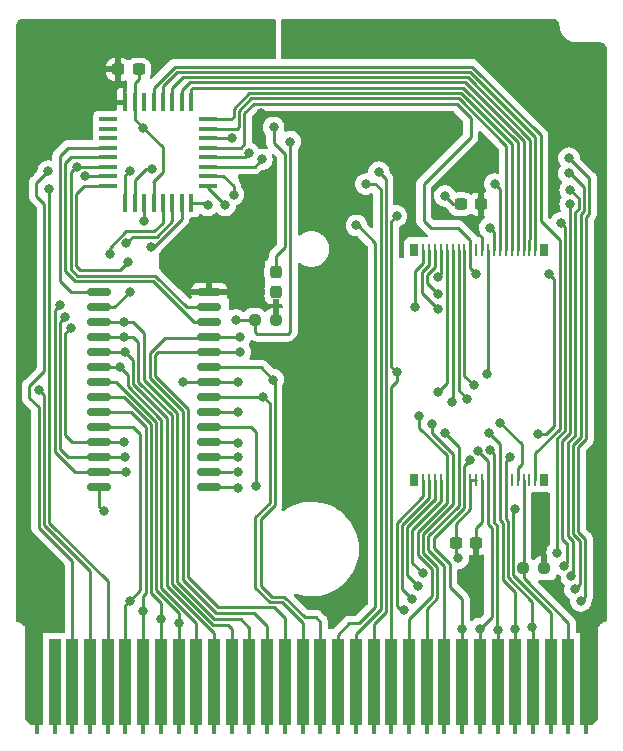
<source format=gbr>
%TF.GenerationSoftware,KiCad,Pcbnew,(6.0.2)*%
%TF.CreationDate,2022-03-20T11:28:52+00:00*%
%TF.ProjectId,Gameboy MBC5 Cart + FRAM,47616d65-626f-4792-904d-424335204361,rev?*%
%TF.SameCoordinates,Original*%
%TF.FileFunction,Copper,L1,Top*%
%TF.FilePolarity,Positive*%
%FSLAX46Y46*%
G04 Gerber Fmt 4.6, Leading zero omitted, Abs format (unit mm)*
G04 Created by KiCad (PCBNEW (6.0.2)) date 2022-03-20 11:28:52*
%MOMM*%
%LPD*%
G01*
G04 APERTURE LIST*
G04 Aperture macros list*
%AMRoundRect*
0 Rectangle with rounded corners*
0 $1 Rounding radius*
0 $2 $3 $4 $5 $6 $7 $8 $9 X,Y pos of 4 corners*
0 Add a 4 corners polygon primitive as box body*
4,1,4,$2,$3,$4,$5,$6,$7,$8,$9,$2,$3,0*
0 Add four circle primitives for the rounded corners*
1,1,$1+$1,$2,$3*
1,1,$1+$1,$4,$5*
1,1,$1+$1,$6,$7*
1,1,$1+$1,$8,$9*
0 Add four rect primitives between the rounded corners*
20,1,$1+$1,$2,$3,$4,$5,0*
20,1,$1+$1,$4,$5,$6,$7,0*
20,1,$1+$1,$6,$7,$8,$9,0*
20,1,$1+$1,$8,$9,$2,$3,0*%
%AMFreePoly0*
4,1,10,0.750000,-6.800000,0.450000,-6.800000,0.450000,-7.500000,0.050000,-7.500000,0.050000,-6.800000,-0.250000,-6.800000,-0.750000,-6.300000,-0.750000,0.500000,0.750000,0.500000,0.750000,-6.800000,0.750000,-6.800000,$1*%
%AMFreePoly1*
4,1,9,0.500000,-6.800000,0.200000,-6.800000,0.200000,-7.500000,-0.200000,-7.500000,-0.200000,-6.800000,-0.500000,-6.800000,-0.500000,0.500000,0.500000,0.500000,0.500000,-6.800000,0.500000,-6.800000,$1*%
%AMFreePoly2*
4,1,10,0.750000,-6.300000,0.250000,-6.800000,-0.050000,-6.800000,-0.050000,-7.500000,-0.450000,-7.500000,-0.450000,-6.800000,-0.750000,-6.800000,-0.750000,0.500000,0.750000,0.500000,0.750000,-6.300000,0.750000,-6.300000,$1*%
G04 Aperture macros list end*
%TA.AperFunction,SMDPad,CuDef*%
%ADD10RoundRect,0.237500X0.300000X0.237500X-0.300000X0.237500X-0.300000X-0.237500X0.300000X-0.237500X0*%
%TD*%
%TA.AperFunction,SMDPad,CuDef*%
%ADD11RoundRect,0.150000X-0.875000X-0.150000X0.875000X-0.150000X0.875000X0.150000X-0.875000X0.150000X0*%
%TD*%
%TA.AperFunction,SMDPad,CuDef*%
%ADD12RoundRect,0.237500X0.237500X-0.300000X0.237500X0.300000X-0.237500X0.300000X-0.237500X-0.300000X0*%
%TD*%
%TA.AperFunction,SMDPad,CuDef*%
%ADD13RoundRect,0.237500X-0.300000X-0.237500X0.300000X-0.237500X0.300000X0.237500X-0.300000X0.237500X0*%
%TD*%
%TA.AperFunction,SMDPad,CuDef*%
%ADD14R,0.750000X1.100000*%
%TD*%
%TA.AperFunction,SMDPad,CuDef*%
%ADD15R,0.250000X1.100000*%
%TD*%
%TA.AperFunction,SMDPad,CuDef*%
%ADD16FreePoly0,0.000000*%
%TD*%
%TA.AperFunction,SMDPad,CuDef*%
%ADD17FreePoly1,0.000000*%
%TD*%
%TA.AperFunction,SMDPad,CuDef*%
%ADD18FreePoly2,0.000000*%
%TD*%
%TA.AperFunction,SMDPad,CuDef*%
%ADD19RoundRect,0.237500X0.250000X0.237500X-0.250000X0.237500X-0.250000X-0.237500X0.250000X-0.237500X0*%
%TD*%
%TA.AperFunction,SMDPad,CuDef*%
%ADD20R,0.450000X1.500000*%
%TD*%
%TA.AperFunction,SMDPad,CuDef*%
%ADD21R,1.500000X0.450000*%
%TD*%
%TA.AperFunction,ViaPad*%
%ADD22C,0.800000*%
%TD*%
%TA.AperFunction,Conductor*%
%ADD23C,0.250000*%
%TD*%
%TA.AperFunction,Conductor*%
%ADD24C,1.500000*%
%TD*%
G04 APERTURE END LIST*
%TO.C,U?1*%
G36*
X121450000Y-130487500D02*
G01*
X121050000Y-130487500D01*
X121050000Y-129787500D01*
X121450000Y-129787500D01*
X121450000Y-130487500D01*
G37*
%TD*%
D10*
%TO.P,C3,1*%
%TO.N,+5V*%
X158462500Y-114400000D03*
%TO.P,C3,2*%
%TO.N,GND*%
X156737500Y-114400000D03*
%TD*%
D11*
%TO.P,U1,1,A14*%
%TO.N,AA14*%
X126550000Y-93145000D03*
%TO.P,U1,2,A12*%
%TO.N,A12*%
X126550000Y-94415000D03*
%TO.P,U1,3,A7*%
%TO.N,A7*%
X126550000Y-95685000D03*
%TO.P,U1,4,A6*%
%TO.N,A6*%
X126550000Y-96955000D03*
%TO.P,U1,5,A5*%
%TO.N,A5*%
X126550000Y-98225000D03*
%TO.P,U1,6,A4*%
%TO.N,A4*%
X126550000Y-99495000D03*
%TO.P,U1,7,A3*%
%TO.N,A3*%
X126550000Y-100765000D03*
%TO.P,U1,8,A2*%
%TO.N,A2*%
X126550000Y-102035000D03*
%TO.P,U1,9,A1*%
%TO.N,A1*%
X126550000Y-103305000D03*
%TO.P,U1,10,A0*%
%TO.N,A0*%
X126550000Y-104575000D03*
%TO.P,U1,11,D0*%
%TO.N,D0*%
X126550000Y-105845000D03*
%TO.P,U1,12,D1*%
%TO.N,D1*%
X126550000Y-107115000D03*
%TO.P,U1,13,D2*%
%TO.N,D2*%
X126550000Y-108385000D03*
%TO.P,U1,14,GND*%
%TO.N,GND*%
X126550000Y-109655000D03*
%TO.P,U1,15,D3*%
%TO.N,D3*%
X135850000Y-109655000D03*
%TO.P,U1,16,D4*%
%TO.N,D4*%
X135850000Y-108385000D03*
%TO.P,U1,17,D5*%
%TO.N,D5*%
X135850000Y-107115000D03*
%TO.P,U1,18,D6*%
%TO.N,D6*%
X135850000Y-105845000D03*
%TO.P,U1,19,D7*%
%TO.N,D7*%
X135850000Y-104575000D03*
%TO.P,U1,20,/CS*%
%TO.N,RAM_CS*%
X135850000Y-103305000D03*
%TO.P,U1,21,A10*%
%TO.N,A10*%
X135850000Y-102035000D03*
%TO.P,U1,22,/OE*%
%TO.N,RD*%
X135850000Y-100765000D03*
%TO.P,U1,23,A11*%
%TO.N,A11*%
X135850000Y-99495000D03*
%TO.P,U1,24,A9*%
%TO.N,A9*%
X135850000Y-98225000D03*
%TO.P,U1,25,A8*%
%TO.N,A8*%
X135850000Y-96955000D03*
%TO.P,U1,26,A13*%
%TO.N,AA13*%
X135850000Y-95685000D03*
%TO.P,U1,27,/WR*%
%TO.N,WR*%
X135850000Y-94415000D03*
%TO.P,U1,28,Vcc*%
%TO.N,+5V*%
X135850000Y-93145000D03*
%TD*%
D12*
%TO.P,C2,1*%
%TO.N,+5V*%
X141500000Y-93162500D03*
%TO.P,C2,2*%
%TO.N,GND*%
X141500000Y-91437500D03*
%TD*%
D13*
%TO.P,C1,1*%
%TO.N,+5V*%
X128137500Y-74300000D03*
%TO.P,C1,2*%
%TO.N,GND*%
X129862500Y-74300000D03*
%TD*%
D14*
%TO.P,U3,1 | 2*%
%TO.N,N/C*%
X164200000Y-89550000D03*
D15*
%TO.P,U3,3,A19*%
%TO.N,RA19*%
X163450000Y-89550000D03*
%TO.P,U3,4,A18*%
%TO.N,RA18*%
X162950000Y-89550000D03*
%TO.P,U3,5,A17*%
%TO.N,RA17*%
X162450000Y-89550000D03*
%TO.P,U3,6,A16*%
%TO.N,RA16*%
X161950000Y-89550000D03*
%TO.P,U3,7,A15*%
%TO.N,RA15*%
X161450000Y-89550000D03*
%TO.P,U3,8,A14*%
%TO.N,RA14*%
X160950000Y-89550000D03*
%TO.P,U3,9,A13*%
%TO.N,A13*%
X160450000Y-89550000D03*
%TO.P,U3,10,A12*%
%TO.N,A12*%
X159950000Y-89550000D03*
%TO.P,U3,11,CE*%
%TO.N,A15*%
X159450000Y-89550000D03*
%TO.P,U3,12,VCC*%
%TO.N,+5V*%
X158950000Y-89550000D03*
%TO.P,U3,13,NC*%
%TO.N,unconnected-(U3-Pad13)*%
X158450000Y-89550000D03*
%TO.P,U3,14,RESET*%
%TO.N,RST*%
X157950000Y-89550000D03*
%TO.P,U3,15,A11*%
%TO.N,A11*%
X157450000Y-89550000D03*
%TO.P,U3,16,A10*%
%TO.N,A10*%
X156950000Y-89550000D03*
%TO.P,U3,17,A9*%
%TO.N,A9*%
X156450000Y-89550000D03*
%TO.P,U3,18,A8*%
%TO.N,A8*%
X155950000Y-89550000D03*
%TO.P,U3,19,A7*%
%TO.N,A7*%
X155450000Y-89550000D03*
%TO.P,U3,20,A6*%
%TO.N,A6*%
X154950000Y-89550000D03*
%TO.P,U3,21,A5*%
%TO.N,A5*%
X154450000Y-89550000D03*
%TO.P,U3,22,A4*%
%TO.N,A4*%
X153950000Y-89550000D03*
D14*
%TO.P,U3,23 | 24*%
%TO.N,N/C*%
X153200000Y-89550000D03*
%TO.P,U3,25 | 26*%
X153200000Y-109050000D03*
D15*
%TO.P,U3,27,A3*%
%TO.N,A3*%
X153950000Y-109050000D03*
%TO.P,U3,28,A2*%
%TO.N,A2*%
X154450000Y-109050000D03*
%TO.P,U3,29,A1*%
%TO.N,A1*%
X154950000Y-109050000D03*
%TO.P,U3,30,A0~{}*%
%TO.N,A0*%
X155450000Y-109050000D03*
%TO.P,U3,31,D0*%
%TO.N,D0*%
X155950000Y-109050000D03*
%TO.P,U3,32,D1*%
%TO.N,D1*%
X156450000Y-109050000D03*
%TO.P,U3,33,D2*%
%TO.N,D2*%
X156950000Y-109050000D03*
%TO.P,U3,34,D3*%
%TO.N,D3*%
X157450000Y-109050000D03*
%TO.P,U3,35,GND*%
%TO.N,GND*%
X157950000Y-109050000D03*
%TO.P,U3,36,GND*%
X158450000Y-109050000D03*
%TO.P,U3,37,VCC~{}*%
%TO.N,+5V*%
X158950000Y-109050000D03*
%TO.P,U3,38,D4*%
%TO.N,D4*%
X159450000Y-109050000D03*
%TO.P,U3,39,D5*%
%TO.N,D5*%
X159950000Y-109050000D03*
%TO.P,U3,40,D6*%
%TO.N,D6*%
X160450000Y-109050000D03*
%TO.P,U3,41,D7*%
%TO.N,D7*%
X160950000Y-109050000D03*
%TO.P,U3,42,RY/BY*%
%TO.N,unconnected-(U3-Pad42)*%
X161450000Y-109050000D03*
%TO.P,U3,43,OE~{}*%
%TO.N,RD*%
X161950000Y-109050000D03*
%TO.P,U3,44,WE*%
%TO.N,SND*%
X162450000Y-109050000D03*
%TO.P,U3,45,NC*%
%TO.N,unconnected-(U3-Pad45)*%
X162950000Y-109050000D03*
%TO.P,U3,46,A20*%
%TO.N,RA20*%
X163450000Y-109050000D03*
D14*
%TO.P,U3,47 | 48*%
%TO.N,N/C*%
X164200000Y-109050000D03*
%TD*%
D16*
%TO.P,U?1,1,VCC*%
%TO.N,+5V*%
X121000000Y-122987500D03*
D17*
%TO.P,U?1,2,CLK~{}*%
%TO.N,unconnected-(U?1-Pad2)*%
X122750000Y-122987500D03*
%TO.P,U?1,3,WR*%
%TO.N,WR*%
X124250000Y-122987500D03*
%TO.P,U?1,4,RD*%
%TO.N,RD*%
X125750000Y-122987500D03*
%TO.P,U?1,5,CS*%
%TO.N,CS*%
X127250000Y-122987500D03*
%TO.P,U?1,6,A0*%
%TO.N,A0*%
X128750000Y-122987500D03*
%TO.P,U?1,7,A1*%
%TO.N,A1*%
X130250000Y-122987500D03*
%TO.P,U?1,8,A2*%
%TO.N,A2*%
X131750000Y-122987500D03*
%TO.P,U?1,9,A3*%
%TO.N,A3*%
X133250000Y-122987500D03*
%TO.P,U?1,10,A4*%
%TO.N,A4*%
X134750000Y-122987500D03*
%TO.P,U?1,11,A5*%
%TO.N,A5*%
X136250000Y-122987500D03*
%TO.P,U?1,12,A6*%
%TO.N,A6*%
X137750000Y-122987500D03*
%TO.P,U?1,13,A7*%
%TO.N,A7*%
X139250000Y-122987500D03*
%TO.P,U?1,14,A8*%
%TO.N,A8*%
X140750000Y-122987500D03*
%TO.P,U?1,15,A9*%
%TO.N,A9*%
X142250000Y-122987500D03*
%TO.P,U?1,16,A10*%
%TO.N,A10*%
X143750000Y-122987500D03*
%TO.P,U?1,17,A11*%
%TO.N,A11*%
X145250000Y-122987500D03*
%TO.P,U?1,18,A12*%
%TO.N,A12*%
X146750000Y-122987500D03*
%TO.P,U?1,19,A13*%
%TO.N,A13*%
X148250000Y-122987500D03*
%TO.P,U?1,20,A14*%
%TO.N,A14*%
X149750000Y-122987500D03*
%TO.P,U?1,21,A15*%
%TO.N,A15*%
X151250000Y-122987500D03*
%TO.P,U?1,22,D0*%
%TO.N,D0*%
X152750000Y-122987500D03*
%TO.P,U?1,23,D1*%
%TO.N,D1*%
X154250000Y-122987500D03*
%TO.P,U?1,24,D2*%
%TO.N,D2*%
X155750000Y-122987500D03*
%TO.P,U?1,25,D3*%
%TO.N,D3*%
X157250000Y-122987500D03*
%TO.P,U?1,26,D4*%
%TO.N,D4*%
X158750000Y-122987500D03*
%TO.P,U?1,27,D5*%
%TO.N,D5*%
X160250000Y-122987500D03*
%TO.P,U?1,28,D6*%
%TO.N,D6*%
X161750000Y-122987500D03*
%TO.P,U?1,29,D7*%
%TO.N,D7*%
X163250000Y-122987500D03*
%TO.P,U?1,30,RST*%
%TO.N,RST*%
X164750000Y-122987500D03*
%TO.P,U?1,31,SND*%
%TO.N,SND*%
X166250000Y-122987500D03*
D18*
%TO.P,U?1,32,GND*%
%TO.N,GND*%
X168000000Y-122987500D03*
%TD*%
D19*
%TO.P,R2,1*%
%TO.N,+5V*%
X164212500Y-116500000D03*
%TO.P,R2,2*%
%TO.N,SND*%
X162387500Y-116500000D03*
%TD*%
D10*
%TO.P,C4,1*%
%TO.N,+5V*%
X158862500Y-85700000D03*
%TO.P,C4,2*%
%TO.N,GND*%
X157137500Y-85700000D03*
%TD*%
D19*
%TO.P,R1,1*%
%TO.N,+5V*%
X141512500Y-95500000D03*
%TO.P,R1,2*%
%TO.N,RAM_CS*%
X139687500Y-95500000D03*
%TD*%
D20*
%TO.P,U2,1,A13*%
%TO.N,A13*%
X128725000Y-85570000D03*
%TO.P,U2,2,A14*%
%TO.N,A14*%
X129525000Y-85570000D03*
%TO.P,U2,3,A15*%
%TO.N,A15*%
X130325000Y-85570000D03*
%TO.P,U2,4,GND*%
%TO.N,GND*%
X131125000Y-85570000D03*
%TO.P,U2,5,D0*%
%TO.N,D0*%
X131925000Y-85570000D03*
%TO.P,U2,6,D1*%
%TO.N,D1*%
X132725000Y-85570000D03*
%TO.P,U2,7,D2*%
%TO.N,D2*%
X133525000Y-85570000D03*
%TO.P,U2,8,D3*%
%TO.N,D3*%
X134325000Y-85570000D03*
D21*
%TO.P,U2,9,D4*%
%TO.N,D4*%
X135770000Y-84125000D03*
%TO.P,U2,10,D5*%
%TO.N,D5*%
X135770000Y-83325000D03*
%TO.P,U2,11,D6*%
%TO.N,D6*%
X135770000Y-82525000D03*
%TO.P,U2,12,D7*%
%TO.N,D7*%
X135770000Y-81725000D03*
%TO.P,U2,13,/RESET*%
%TO.N,RST*%
X135770000Y-80925000D03*
%TO.P,U2,14,/RAMCS*%
%TO.N,RAM_CS*%
X135770000Y-80125000D03*
%TO.P,U2,15,RA14*%
%TO.N,RA14*%
X135770000Y-79325000D03*
%TO.P,U2,16,RA15*%
%TO.N,RA15*%
X135770000Y-78525000D03*
D20*
%TO.P,U2,17,RA16*%
%TO.N,RA16*%
X134325000Y-77080000D03*
%TO.P,U2,18,RA17*%
%TO.N,RA17*%
X133525000Y-77080000D03*
%TO.P,U2,19,RA18*%
%TO.N,RA18*%
X132725000Y-77080000D03*
%TO.P,U2,20,RA19*%
%TO.N,RA19*%
X131925000Y-77080000D03*
%TO.P,U2,21,RA20*%
%TO.N,RA20*%
X131125000Y-77080000D03*
%TO.P,U2,22,RA21*%
%TO.N,unconnected-(U2-Pad22)*%
X130325000Y-77080000D03*
%TO.P,U2,23,GND*%
%TO.N,GND*%
X129525000Y-77080000D03*
%TO.P,U2,24,PWR*%
%TO.N,+5V*%
X128725000Y-77080000D03*
D21*
%TO.P,U2,25,RA22*%
%TO.N,unconnected-(U2-Pad25)*%
X127280000Y-78525000D03*
%TO.P,U2,26,AA16*%
%TO.N,unconnected-(U2-Pad26)*%
X127280000Y-79325000D03*
%TO.P,U2,27,AA15*%
%TO.N,unconnected-(U2-Pad27)*%
X127280000Y-80125000D03*
%TO.P,U2,28,AA14*%
%TO.N,AA14*%
X127280000Y-80925000D03*
%TO.P,U2,29,AA13*%
%TO.N,AA13*%
X127280000Y-81725000D03*
%TO.P,U2,30,/WR*%
%TO.N,WR*%
X127280000Y-82525000D03*
%TO.P,U2,31,/CS*%
%TO.N,CS*%
X127280000Y-83325000D03*
%TO.P,U2,32,A12*%
%TO.N,A12*%
X127280000Y-84125000D03*
%TD*%
D22*
%TO.N,+5V*%
X148400000Y-118000000D03*
X163800000Y-114900000D03*
X140200000Y-72900000D03*
X140200000Y-78000000D03*
X158862500Y-81137500D03*
X158700000Y-116800000D03*
%TO.N,GND*%
X126900000Y-111700000D03*
X156900000Y-115700000D03*
X155800000Y-85000000D03*
X168700000Y-112700000D03*
X141300000Y-79200000D03*
X165000000Y-84000000D03*
X130250000Y-79250000D03*
X165400000Y-79900000D03*
%TO.N,RAM_CS*%
X137775000Y-80125000D03*
X138295000Y-103305000D03*
X142700000Y-80400000D03*
X138100000Y-95500000D03*
%TO.N,A12*%
X159600000Y-87700000D03*
X148300000Y-87500000D03*
X129000000Y-90600000D03*
X129100000Y-93100000D03*
%TO.N,A7*%
X155200000Y-91900000D03*
X128615000Y-95685000D03*
%TO.N,A6*%
X155200000Y-93300000D03*
X128645000Y-96955000D03*
%TO.N,A5*%
X128725000Y-98225000D03*
X155200000Y-94599040D03*
%TO.N,A4*%
X153300000Y-94400000D03*
X128295000Y-99495000D03*
%TO.N,A3*%
X152300000Y-120100000D03*
X133250000Y-121150000D03*
%TO.N,A2*%
X131750000Y-120850000D03*
X153000000Y-119100000D03*
%TO.N,A1*%
X153500000Y-118000000D03*
X130250000Y-120150000D03*
%TO.N,A0*%
X129100000Y-119300000D03*
X153900000Y-116900000D03*
%TO.N,D0*%
X124100000Y-96200000D03*
X128645000Y-105845000D03*
X153600000Y-103600000D03*
X127400000Y-89900000D03*
%TO.N,D1*%
X128800000Y-89000000D03*
X123600000Y-95300000D03*
X154700000Y-104300000D03*
X128685000Y-107115000D03*
%TO.N,D2*%
X128785000Y-108385000D03*
X123200000Y-94200000D03*
X130900000Y-89300000D03*
X155800000Y-105100000D03*
%TO.N,D3*%
X157250000Y-121650000D03*
X135700000Y-85800000D03*
X138300000Y-109700000D03*
X157900000Y-107400000D03*
X165600000Y-87300000D03*
X165300000Y-115200000D03*
%TO.N,D4*%
X158600000Y-106600000D03*
X158750000Y-121650000D03*
X165900000Y-116300000D03*
X138300000Y-108400000D03*
X166399040Y-85700960D03*
X137200000Y-85800000D03*
%TO.N,D5*%
X166400000Y-84500000D03*
X160250000Y-121750000D03*
X138300000Y-107100000D03*
X137900000Y-84900000D03*
X159600000Y-106500000D03*
X166500000Y-117200000D03*
%TO.N,D6*%
X138300000Y-105900000D03*
X166800000Y-118300000D03*
X166300000Y-83100000D03*
X140300000Y-81900000D03*
X161750000Y-121650000D03*
X159500000Y-105100000D03*
%TO.N,D7*%
X139800000Y-109600000D03*
X139200000Y-81400000D03*
X163200000Y-121500000D03*
X161300000Y-107100000D03*
X167300000Y-119300000D03*
X166300000Y-81800000D03*
%TO.N,A10*%
X140435000Y-102035000D03*
X157700000Y-102200000D03*
%TO.N,RD*%
X138265000Y-100765000D03*
X133600000Y-100800000D03*
X160500000Y-104200000D03*
X121400000Y-101400000D03*
%TO.N,A11*%
X158250000Y-101050000D03*
X141250000Y-100550000D03*
%TO.N,A9*%
X138475000Y-98225000D03*
X156374031Y-102425969D03*
%TO.N,A8*%
X138455000Y-96955000D03*
X155200000Y-101600000D03*
%TO.N,WR*%
X124675000Y-82525000D03*
X122200000Y-82900000D03*
%TO.N,CS*%
X122300000Y-84400000D03*
X125325000Y-83325000D03*
%TO.N,RST*%
X161700000Y-111500000D03*
X164600000Y-91600000D03*
X163700000Y-105200000D03*
X158400000Y-91600000D03*
%TO.N,A15*%
X130325000Y-87125000D03*
X151700000Y-86700000D03*
X159400000Y-100100000D03*
X151700000Y-99900000D03*
%TO.N,A14*%
X131000000Y-82700000D03*
X150200000Y-83000000D03*
%TO.N,A13*%
X149100000Y-84000000D03*
X129100000Y-82900000D03*
X160000000Y-84000000D03*
%TD*%
D23*
%TO.N,+5V*%
X141500000Y-95487500D02*
X141512500Y-95500000D01*
X158950000Y-109050000D02*
X158950000Y-112650000D01*
X158950000Y-88550000D02*
X158500000Y-88100000D01*
X158950000Y-89550000D02*
X158950000Y-88550000D01*
X141437500Y-93100000D02*
X141500000Y-93162500D01*
D24*
X121000000Y-122987500D02*
X121000000Y-120500000D01*
D23*
X158950000Y-112650000D02*
X158462500Y-113137500D01*
X158462500Y-113137500D02*
X158462500Y-114400000D01*
X135850000Y-93145000D02*
X135895000Y-93100000D01*
X158575489Y-85987011D02*
X158862500Y-85700000D01*
%TO.N,GND*%
X129525000Y-75475000D02*
X129862500Y-75137500D01*
X156737500Y-115537500D02*
X156900000Y-115700000D01*
X129525000Y-78525000D02*
X130250000Y-79250000D01*
X142250480Y-89349520D02*
X142250480Y-81450480D01*
X131900000Y-80900000D02*
X131900000Y-83000000D01*
X157950000Y-111535743D02*
X157950000Y-109050000D01*
X156500000Y-85700000D02*
X155800000Y-85000000D01*
X131100000Y-83800000D02*
X131125000Y-83825000D01*
X156737500Y-114400000D02*
X156737500Y-112748244D01*
X141500000Y-90100000D02*
X142250480Y-89349520D01*
X129525000Y-77080000D02*
X129525000Y-78525000D01*
X129862500Y-75137500D02*
X129862500Y-74300000D01*
X126550000Y-109655000D02*
X126550000Y-111350000D01*
X158450000Y-109050000D02*
X157950000Y-109050000D01*
X142250480Y-81450480D02*
X141300000Y-80500000D01*
X157137500Y-85700000D02*
X156500000Y-85700000D01*
X130250000Y-79250000D02*
X131900000Y-80900000D01*
X129525000Y-77080000D02*
X129525000Y-75475000D01*
X156737500Y-112748244D02*
X157950000Y-111535743D01*
X131900000Y-83000000D02*
X131100000Y-83800000D01*
D24*
X168000000Y-123287500D02*
X168000000Y-120900000D01*
D23*
X141500000Y-91437500D02*
X141500000Y-90100000D01*
X131125000Y-83825000D02*
X131125000Y-85570000D01*
X156737500Y-114400000D02*
X156737500Y-115537500D01*
X126550000Y-111350000D02*
X126900000Y-111700000D01*
X141300000Y-80500000D02*
X141300000Y-79200000D01*
%TO.N,RAM_CS*%
X139687500Y-96487500D02*
X139687500Y-95500000D01*
X139900000Y-96700000D02*
X139687500Y-96487500D01*
X142700000Y-96500000D02*
X142500000Y-96700000D01*
X142500000Y-96700000D02*
X139900000Y-96700000D01*
X135850000Y-103305000D02*
X138295000Y-103305000D01*
X138100000Y-95500000D02*
X139687500Y-95500000D01*
X142700000Y-80400000D02*
X142700000Y-96500000D01*
X135770000Y-80125000D02*
X137775000Y-80125000D01*
%TO.N,AA14*%
X123200000Y-81600000D02*
X123200000Y-92200000D01*
X124145000Y-93145000D02*
X126550000Y-93145000D01*
X123875000Y-80925000D02*
X123200000Y-81600000D01*
X127280000Y-80925000D02*
X123875000Y-80925000D01*
X123200000Y-92200000D02*
X124145000Y-93145000D01*
%TO.N,A12*%
X128300000Y-91300000D02*
X129000000Y-90600000D01*
X125275000Y-84125000D02*
X124548560Y-84851440D01*
X149900960Y-89000000D02*
X148400960Y-87500000D01*
X124871436Y-91300000D02*
X128300000Y-91300000D01*
X149901440Y-119827124D02*
X149900960Y-119826644D01*
X159950000Y-89550000D02*
X159950000Y-88050000D01*
X127280000Y-84125000D02*
X125275000Y-84125000D01*
X148528564Y-121200000D02*
X149901440Y-119827124D01*
X146750000Y-122150000D02*
X147700000Y-121200000D01*
X146750000Y-122987500D02*
X146750000Y-122150000D01*
X149900960Y-119826644D02*
X149900960Y-89000000D01*
X124548560Y-84851440D02*
X124548560Y-90977124D01*
X127785000Y-94415000D02*
X129100000Y-93100000D01*
X147700000Y-121200000D02*
X148528564Y-121200000D01*
X124548560Y-90977124D02*
X124871436Y-91300000D01*
X126550000Y-94415000D02*
X127785000Y-94415000D01*
X159950000Y-88050000D02*
X159600000Y-87700000D01*
%TO.N,A7*%
X133149520Y-103406648D02*
X130300000Y-100557128D01*
X139250000Y-122987500D02*
X139250000Y-121550000D01*
X136277630Y-120800000D02*
X133148560Y-117670930D01*
X130300000Y-100557128D02*
X130300000Y-96600000D01*
X155450000Y-91650000D02*
X155450000Y-89550000D01*
X130300000Y-96600000D02*
X129385000Y-95685000D01*
X133149520Y-117669970D02*
X133149520Y-103406648D01*
X133148560Y-117670930D02*
X133149520Y-117669970D01*
X138500000Y-120800000D02*
X136277630Y-120800000D01*
X129385000Y-95685000D02*
X128615000Y-95685000D01*
X155200000Y-91900000D02*
X155450000Y-91650000D01*
X128615000Y-95685000D02*
X126550000Y-95685000D01*
X139250000Y-121550000D02*
X138500000Y-120800000D01*
%TO.N,A6*%
X132699040Y-103593806D02*
X132700000Y-103592846D01*
X136141912Y-121300000D02*
X132699040Y-117857128D01*
X154300000Y-91700000D02*
X154950000Y-91050000D01*
X154950000Y-91050000D02*
X154950000Y-89550000D01*
X155200000Y-93300000D02*
X154300000Y-92400000D01*
X128645000Y-96955000D02*
X126550000Y-96955000D01*
X154300000Y-92400000D02*
X154300000Y-91700000D01*
X129405480Y-96955000D02*
X128645000Y-96955000D01*
X137750000Y-121650000D02*
X137400000Y-121300000D01*
X132699040Y-117857128D02*
X132699040Y-103593806D01*
X132700000Y-103592846D02*
X129850480Y-100743325D01*
X137400000Y-121300000D02*
X136141912Y-121300000D01*
X137750000Y-122987500D02*
X137750000Y-121650000D01*
X129850480Y-100743325D02*
X129850480Y-97400000D01*
X129850480Y-97400000D02*
X129405480Y-96955000D01*
%TO.N,A5*%
X153850480Y-93249520D02*
X153850480Y-91449520D01*
X128725000Y-98225000D02*
X126550000Y-98225000D01*
X153850480Y-91449520D02*
X154450000Y-90850000D01*
X155200000Y-94599040D02*
X153850480Y-93249520D01*
X136250000Y-122043806D02*
X132247600Y-118041406D01*
X132247600Y-118041406D02*
X132247600Y-105000000D01*
X129400960Y-100929522D02*
X129400960Y-98900960D01*
X132249520Y-103778084D02*
X129400960Y-100929522D01*
X136250000Y-122987500D02*
X136250000Y-122043806D01*
X154450000Y-90850000D02*
X154450000Y-89550000D01*
X129400960Y-98900960D02*
X128725000Y-98225000D01*
X132249520Y-104998080D02*
X132249520Y-103778084D01*
X132247600Y-105000000D02*
X132249520Y-104998080D01*
%TO.N,A4*%
X131800000Y-103964282D02*
X128951440Y-101115719D01*
X153300000Y-94400000D02*
X153300000Y-91364282D01*
X153300000Y-91364282D02*
X153950000Y-90714282D01*
X128951440Y-100151440D02*
X128295000Y-99495000D01*
X134750000Y-121179524D02*
X131798080Y-118227604D01*
X134750000Y-122987500D02*
X134750000Y-121179524D01*
X131798080Y-103966202D02*
X131800000Y-103964282D01*
X153950000Y-90714282D02*
X153950000Y-89550000D01*
X128951440Y-101115719D02*
X128951440Y-100151440D01*
X128295000Y-99495000D02*
X126550000Y-99495000D01*
X131798080Y-118227604D02*
X131798080Y-103966202D01*
%TO.N,A3*%
X153950000Y-110450000D02*
X153950000Y-109050000D01*
X151699520Y-119699520D02*
X151699520Y-112700480D01*
X131348560Y-104148560D02*
X131348560Y-118413802D01*
X133250000Y-121150000D02*
X133250000Y-122987500D01*
X126550000Y-100765000D02*
X127965000Y-100765000D01*
X151699520Y-112700480D02*
X153950000Y-110450000D01*
X151699520Y-119699520D02*
X152100000Y-120100000D01*
X152100000Y-120100000D02*
X152300000Y-120100000D01*
X127965000Y-100765000D02*
X131348560Y-104148560D01*
X133250000Y-120315242D02*
X133250000Y-121150000D01*
X131348560Y-118413802D02*
X133250000Y-120315242D01*
%TO.N,A2*%
X131750000Y-119450960D02*
X130899040Y-118600000D01*
X152149040Y-118249040D02*
X152149040Y-112886678D01*
X152149040Y-112886678D02*
X154450000Y-110585718D01*
X128599282Y-102035000D02*
X126550000Y-102035000D01*
X131750000Y-122987500D02*
X131750000Y-120850000D01*
X130899040Y-118600000D02*
X130899040Y-104334758D01*
X131750000Y-120850000D02*
X131750000Y-119450960D01*
X154450000Y-110585718D02*
X154450000Y-109050000D01*
X153000000Y-119100000D02*
X152149040Y-118249040D01*
X130899040Y-104334758D02*
X128599282Y-102035000D01*
%TO.N,A1*%
X152598560Y-113072876D02*
X154899520Y-110771915D01*
X153500000Y-118000000D02*
X152598560Y-117098560D01*
X130449520Y-104549520D02*
X130449520Y-118650480D01*
X130250000Y-118850000D02*
X130250000Y-120150000D01*
X154950000Y-109050000D02*
X154950000Y-110721435D01*
X130250000Y-120150000D02*
X130250000Y-122987500D01*
X129205000Y-103305000D02*
X130449520Y-104549520D01*
X130449520Y-118650480D02*
X130250000Y-118850000D01*
X152598560Y-117098560D02*
X152598560Y-113072876D01*
X126550000Y-103305000D02*
X129205000Y-103305000D01*
X154950000Y-110721435D02*
X154835718Y-110835718D01*
%TO.N,A0*%
X130000000Y-105200000D02*
X129375000Y-104575000D01*
X129375000Y-104575000D02*
X126550000Y-104575000D01*
X155450000Y-110857154D02*
X155450000Y-109050000D01*
X153048080Y-116048080D02*
X153048080Y-113259074D01*
X153900000Y-116900000D02*
X153048080Y-116048080D01*
X128750000Y-122987500D02*
X128750000Y-119650000D01*
X130000000Y-118400000D02*
X130000000Y-105200000D01*
X153048080Y-113259074D02*
X155450000Y-110857154D01*
X129100000Y-119300000D02*
X130000000Y-118400000D01*
X128750000Y-119650000D02*
X129100000Y-119300000D01*
%TO.N,D0*%
X155950000Y-109050000D02*
X155950000Y-110992871D01*
X123649520Y-105249520D02*
X123649520Y-96650480D01*
X154700000Y-116600000D02*
X154700000Y-118900000D01*
X152700000Y-122937500D02*
X152750000Y-122987500D01*
X131925000Y-87275000D02*
X131925000Y-85570000D01*
X128775386Y-88000000D02*
X131200000Y-88000000D01*
X127400000Y-89900000D02*
X127400000Y-89375386D01*
X152750000Y-120850000D02*
X152750000Y-122987500D01*
X127400000Y-89375386D02*
X128775386Y-88000000D01*
X126550000Y-105845000D02*
X128645000Y-105845000D01*
X155950000Y-106974614D02*
X155950000Y-109050000D01*
X153600000Y-103600000D02*
X153600000Y-104624614D01*
X126550000Y-105845000D02*
X124245000Y-105845000D01*
X153497600Y-113445272D02*
X153497600Y-115397600D01*
X155950000Y-110992871D02*
X153497600Y-113445272D01*
X124245000Y-105845000D02*
X123649520Y-105249520D01*
X131200000Y-88000000D02*
X131925000Y-87275000D01*
X154700000Y-118900000D02*
X152750000Y-120850000D01*
X153600000Y-104624614D02*
X155950000Y-106974614D01*
X153497600Y-115397600D02*
X154700000Y-116600000D01*
X123649520Y-96650480D02*
X124100000Y-96200000D01*
%TO.N,D1*%
X154700000Y-104300000D02*
X154700000Y-105088896D01*
X156450000Y-111128589D02*
X156450000Y-109050000D01*
X129350480Y-88449520D02*
X131386198Y-88449520D01*
X132725000Y-87110718D02*
X132725000Y-85570000D01*
X155149520Y-116413802D02*
X153947120Y-115211402D01*
X123200000Y-95700000D02*
X123600000Y-95300000D01*
X153947120Y-115211402D02*
X153947120Y-113631470D01*
X123850718Y-107115000D02*
X123200000Y-106464282D01*
X154700000Y-105088896D02*
X156450000Y-106838896D01*
X154250000Y-122987500D02*
X154250000Y-119985718D01*
X126550000Y-107115000D02*
X128685000Y-107115000D01*
X131386198Y-88449520D02*
X132725000Y-87110718D01*
X156450000Y-106838896D02*
X156450000Y-109050000D01*
X154250000Y-119985718D02*
X155149520Y-119086198D01*
X155149520Y-119086198D02*
X155149520Y-116413802D01*
X123200000Y-106464282D02*
X123200000Y-95700000D01*
X128800000Y-89000000D02*
X129350480Y-88449520D01*
X126550000Y-107115000D02*
X123850718Y-107115000D01*
X153947120Y-113631470D02*
X156450000Y-111128589D01*
%TO.N,D2*%
X154396640Y-113817668D02*
X156950000Y-111264308D01*
X122749520Y-94650480D02*
X123200000Y-94200000D01*
X155800000Y-105100000D02*
X156950000Y-106250000D01*
X156950000Y-111264308D02*
X156950000Y-109050000D01*
X130900000Y-89300000D02*
X131171436Y-89300000D01*
X131171436Y-89300000D02*
X133525000Y-86946436D01*
X126550000Y-108385000D02*
X128785000Y-108385000D01*
X126550000Y-108385000D02*
X124485000Y-108385000D01*
X155750000Y-122987500D02*
X155750000Y-116378564D01*
X124485000Y-108385000D02*
X122749520Y-106649520D01*
X154396640Y-115025204D02*
X154396640Y-113817668D01*
X155750000Y-116378564D02*
X154396640Y-115025204D01*
X133525000Y-86946436D02*
X133525000Y-85570000D01*
X156950000Y-106250000D02*
X156950000Y-109050000D01*
X122749520Y-106649520D02*
X122749520Y-94650480D01*
%TO.N,D3*%
X135850000Y-109655000D02*
X138255000Y-109655000D01*
X154846160Y-114839006D02*
X156199520Y-116192366D01*
X157450000Y-109050000D02*
X157450000Y-111400026D01*
X157450000Y-111400026D02*
X154846160Y-114003866D01*
X157250000Y-119150000D02*
X157250000Y-121650000D01*
X134325000Y-85570000D02*
X135470000Y-85570000D01*
X165949520Y-87649520D02*
X165600000Y-87300000D01*
X157450000Y-109050000D02*
X157450000Y-107850000D01*
X165300000Y-105535718D02*
X165949520Y-104886198D01*
X165300000Y-115200000D02*
X165300000Y-105535718D01*
X154846160Y-114003866D02*
X154846160Y-114839006D01*
X165949520Y-104886198D02*
X165949520Y-87649520D01*
X138255000Y-109655000D02*
X138300000Y-109700000D01*
X157250000Y-122987500D02*
X157250000Y-121650000D01*
X135470000Y-85570000D02*
X135700000Y-85800000D01*
X157450000Y-107850000D02*
X157900000Y-107400000D01*
X156199520Y-116192366D02*
X156199520Y-118099520D01*
X156199520Y-118099520D02*
X157250000Y-119150000D01*
%TO.N,D4*%
X135770000Y-84125000D02*
X135770000Y-84370000D01*
X158750000Y-122987500D02*
X158750000Y-121650000D01*
X158750000Y-121650000D02*
X159777400Y-120622600D01*
X159777400Y-113113118D02*
X159450000Y-112785718D01*
X166100000Y-116100000D02*
X166100000Y-114350480D01*
X166050480Y-114350480D02*
X165749520Y-114049520D01*
X165900000Y-116300000D02*
X166100000Y-116100000D01*
X159450000Y-107450000D02*
X159450000Y-109050000D01*
X158600000Y-106600000D02*
X159450000Y-107450000D01*
X159450000Y-112785718D02*
X159450000Y-109050000D01*
X166399040Y-105072395D02*
X166399040Y-85700960D01*
X135850000Y-108385000D02*
X137785000Y-108385000D01*
X159777400Y-120622600D02*
X159777400Y-113113118D01*
X165749520Y-114049520D02*
X165749520Y-105721916D01*
X135770000Y-84370000D02*
X137200000Y-85800000D01*
X166100000Y-114350480D02*
X166050480Y-114350480D01*
X165749520Y-105721916D02*
X166399040Y-105072395D01*
%TO.N,D5*%
X167123551Y-86076449D02*
X167123551Y-85223551D01*
X166500000Y-117200000D02*
X166624511Y-117075489D01*
X159950000Y-112650000D02*
X160226920Y-112926920D01*
X137900000Y-84900000D02*
X137900000Y-84200000D01*
X159950000Y-106850000D02*
X159950000Y-109050000D01*
X160226920Y-121726920D02*
X160250000Y-121750000D01*
X135850000Y-107115000D02*
X138315000Y-107115000D01*
X137900000Y-84200000D02*
X137025000Y-83325000D01*
X166848560Y-105258593D02*
X166848560Y-86351440D01*
X137025000Y-83325000D02*
X135770000Y-83325000D01*
X160250000Y-121750000D02*
X160250000Y-122987500D01*
X166199040Y-105908113D02*
X166848560Y-105258593D01*
X166848560Y-86351440D02*
X167123551Y-86076449D01*
X167123551Y-85223551D02*
X166400000Y-84500000D01*
X159950000Y-109050000D02*
X159950000Y-112650000D01*
X166624511Y-117075489D02*
X166624511Y-114239274D01*
X166199040Y-113813803D02*
X166199040Y-105908113D01*
X160226920Y-112926920D02*
X160226920Y-121726920D01*
X159600000Y-106500000D02*
X159950000Y-106850000D01*
X166624511Y-114239274D02*
X166199040Y-113813803D01*
%TO.N,D6*%
X166400000Y-83100000D02*
X166300000Y-83100000D01*
X135850000Y-105845000D02*
X138245000Y-105845000D01*
X166648560Y-106094311D02*
X167298080Y-105444790D01*
X160450000Y-112459758D02*
X160676440Y-112686198D01*
X160676440Y-112686198D02*
X160676440Y-117483594D01*
X167573071Y-84273071D02*
X166400000Y-83100000D01*
X167224511Y-117875489D02*
X167224511Y-114203556D01*
X161750000Y-118557154D02*
X161750000Y-121650000D01*
X139675000Y-82525000D02*
X140300000Y-81900000D01*
X166800000Y-118300000D02*
X167224511Y-117875489D01*
X160450000Y-109050000D02*
X160450000Y-112459758D01*
X161750000Y-122987500D02*
X161750000Y-121650000D01*
X135770000Y-82525000D02*
X139675000Y-82525000D01*
X160676440Y-117483594D02*
X161750000Y-118557154D01*
X166648560Y-113627605D02*
X166648560Y-106094311D01*
X159500000Y-105100000D02*
X160450000Y-106050000D01*
X167573071Y-86262647D02*
X167573071Y-84273071D01*
X167298080Y-105444790D02*
X167298080Y-86537638D01*
X160450000Y-106050000D02*
X160450000Y-109050000D01*
X167224511Y-114203556D02*
X166648560Y-113627605D01*
X167298080Y-86537638D02*
X167573071Y-86262647D01*
X138245000Y-105845000D02*
X138300000Y-105900000D01*
%TO.N,D7*%
X138875000Y-81725000D02*
X139200000Y-81400000D01*
X167749520Y-105629067D02*
X167749520Y-86800000D01*
X135850000Y-104575000D02*
X139375000Y-104575000D01*
X168022591Y-83522591D02*
X166300000Y-81800000D01*
X160950000Y-112324040D02*
X161125960Y-112500000D01*
X167674031Y-114017358D02*
X167098080Y-113441407D01*
X167300000Y-119300000D02*
X167674031Y-118925969D01*
X161125960Y-117297396D02*
X163200000Y-119371436D01*
X163250000Y-122987500D02*
X163250000Y-121550000D01*
X167674031Y-118925969D02*
X167674031Y-114017358D01*
X161125960Y-112500000D02*
X161125960Y-117297396D01*
X167098080Y-113441407D02*
X167098080Y-106280507D01*
X139800000Y-105000000D02*
X139800000Y-109600000D01*
X163250000Y-121550000D02*
X163200000Y-121500000D01*
X160950000Y-109050000D02*
X160950000Y-112324040D01*
X167749520Y-86800000D02*
X168022591Y-86526929D01*
X167098080Y-106280507D02*
X167749520Y-105629067D01*
X139375000Y-104575000D02*
X139800000Y-105000000D01*
X160950000Y-107450000D02*
X161300000Y-107100000D01*
X135770000Y-81725000D02*
X138875000Y-81725000D01*
X160950000Y-109050000D02*
X160950000Y-107450000D01*
X163200000Y-119371436D02*
X163200000Y-121500000D01*
X168022591Y-86526929D02*
X168022591Y-83522591D01*
%TO.N,A10*%
X143750000Y-121150000D02*
X142000960Y-119400960D01*
X143750000Y-122987500D02*
X143750000Y-121150000D01*
X140965242Y-119400960D02*
X139750480Y-118186198D01*
X140435000Y-102035000D02*
X135850000Y-102035000D01*
X142000960Y-119400960D02*
X140965242Y-119400960D01*
X156950000Y-89550000D02*
X156950000Y-101450000D01*
X140950480Y-111013802D02*
X140950480Y-102550480D01*
X156950000Y-101450000D02*
X157700000Y-102200000D01*
X139750480Y-112213802D02*
X140950480Y-111013802D01*
X140950480Y-102550480D02*
X140435000Y-102035000D01*
X139750480Y-118186198D02*
X139750480Y-112213802D01*
%TO.N,RD*%
X121400000Y-101400000D02*
X121850480Y-101850480D01*
X135815000Y-100800000D02*
X135850000Y-100765000D01*
X121850480Y-112886198D02*
X125750000Y-116785718D01*
X162300000Y-106000000D02*
X160500000Y-104200000D01*
X161950000Y-108050000D02*
X162300000Y-107700000D01*
X133600000Y-100800000D02*
X135815000Y-100800000D01*
X162300000Y-107700000D02*
X162300000Y-106000000D01*
X135850000Y-100765000D02*
X138265000Y-100765000D01*
X121850480Y-101850480D02*
X121850480Y-112886198D01*
X161950000Y-109050000D02*
X161950000Y-108050000D01*
X125750000Y-116785718D02*
X125750000Y-122987500D01*
%TO.N,A11*%
X145250000Y-121050000D02*
X145250000Y-122987500D01*
X144900000Y-120700000D02*
X145250000Y-121050000D01*
X158250000Y-101050000D02*
X158300000Y-101100000D01*
X141151440Y-118951440D02*
X142187158Y-118951440D01*
X142187158Y-118951440D02*
X143935718Y-120700000D01*
X141250000Y-100550000D02*
X140195000Y-99495000D01*
X140195000Y-99495000D02*
X135850000Y-99495000D01*
X141400000Y-100700000D02*
X141400000Y-111200000D01*
X141250000Y-100550000D02*
X141400000Y-100700000D01*
X157450000Y-100250000D02*
X158250000Y-101050000D01*
X157450000Y-89550000D02*
X157450000Y-100250000D01*
X140200000Y-118000000D02*
X141151440Y-118951440D01*
X143935718Y-120700000D02*
X144900000Y-120700000D01*
X141400000Y-111200000D02*
X140200000Y-112400000D01*
X140200000Y-112400000D02*
X140200000Y-118000000D01*
%TO.N,A9*%
X131249520Y-100235212D02*
X131249520Y-98486198D01*
X135850000Y-98225000D02*
X138475000Y-98225000D01*
X142250000Y-120750000D02*
X141350480Y-119850480D01*
X131510718Y-98225000D02*
X135850000Y-98225000D01*
X134049520Y-117300454D02*
X134049520Y-103035212D01*
X136599546Y-119850480D02*
X134049520Y-117300454D01*
X131249520Y-98486198D02*
X131510718Y-98225000D01*
X141350480Y-119850480D02*
X136599546Y-119850480D01*
X134049520Y-103035212D02*
X131249520Y-100235212D01*
X156450000Y-102350000D02*
X156374031Y-102425969D01*
X156450000Y-89550000D02*
X156450000Y-102350000D01*
X142250000Y-122987500D02*
X142250000Y-120750000D01*
%TO.N,A8*%
X133600000Y-103221410D02*
X133600000Y-117486652D01*
X136413348Y-120300000D02*
X139600000Y-120300000D01*
X140750000Y-121450000D02*
X140750000Y-122987500D01*
X155950000Y-100850000D02*
X155950000Y-89550000D01*
X135850000Y-96955000D02*
X138455000Y-96955000D01*
X139600000Y-120300000D02*
X140750000Y-121450000D01*
X135850000Y-96955000D02*
X135805000Y-97000000D01*
X130800000Y-98300000D02*
X130800000Y-100421410D01*
X133600000Y-117486652D02*
X136413348Y-120300000D01*
X135805000Y-97000000D02*
X132100000Y-97000000D01*
X155200000Y-101600000D02*
X155950000Y-100850000D01*
X130800000Y-100421410D02*
X133600000Y-103221410D01*
X132100000Y-97000000D02*
X130800000Y-98300000D01*
%TO.N,AA13*%
X123649520Y-82200000D02*
X123649520Y-91349520D01*
X123649520Y-91349520D02*
X124500000Y-92200000D01*
X124124520Y-81725000D02*
X123649520Y-82200000D01*
X131100000Y-92200000D02*
X134585000Y-95685000D01*
X127280000Y-81725000D02*
X124124520Y-81725000D01*
X124500000Y-92200000D02*
X131100000Y-92200000D01*
X134585000Y-95685000D02*
X135850000Y-95685000D01*
%TO.N,WR*%
X133950718Y-94415000D02*
X135850000Y-94415000D01*
X121400000Y-102900000D02*
X120600000Y-102100000D01*
X120600000Y-101100000D02*
X121850480Y-99849520D01*
X124250000Y-122987500D02*
X124250000Y-115950000D01*
X135850000Y-94415000D02*
X135835000Y-94400000D01*
X124575000Y-82525000D02*
X124099040Y-83000960D01*
X127280000Y-82525000D02*
X124675000Y-82525000D01*
X124250000Y-115950000D02*
X121400000Y-113100000D01*
X121400000Y-113100000D02*
X121400000Y-102900000D01*
X121850480Y-85650480D02*
X121200000Y-85000000D01*
X124675000Y-82525000D02*
X124575000Y-82525000D01*
X121850480Y-99849520D02*
X121850480Y-85650480D01*
X121200000Y-83900000D02*
X122200000Y-82900000D01*
X121200000Y-85000000D02*
X121200000Y-83900000D01*
X120600000Y-102100000D02*
X120600000Y-101100000D01*
X124686198Y-91750480D02*
X131286198Y-91750480D01*
X124099040Y-91163322D02*
X124686198Y-91750480D01*
X124099040Y-83000960D02*
X124099040Y-91163322D01*
X131286198Y-91750480D02*
X133950718Y-94415000D01*
%TO.N,CS*%
X127250000Y-117650000D02*
X127250000Y-122987500D01*
X122300000Y-112700000D02*
X127250000Y-117650000D01*
X127280000Y-83325000D02*
X125325000Y-83325000D01*
X122300000Y-84400000D02*
X122300000Y-112700000D01*
%TO.N,RA20*%
X163900000Y-87100000D02*
X165500000Y-88700000D01*
X158086198Y-74050480D02*
X163900000Y-79864282D01*
X165500000Y-88700000D02*
X165500000Y-104700000D01*
X163450000Y-106750000D02*
X163450000Y-109050000D01*
X163900000Y-79864282D02*
X163900000Y-87100000D01*
X132913803Y-74050480D02*
X158086198Y-74050480D01*
X131125000Y-77080000D02*
X131125000Y-75839282D01*
X131125000Y-75839282D02*
X132913803Y-74050480D01*
X165500000Y-104700000D02*
X163450000Y-106750000D01*
%TO.N,RA19*%
X157900000Y-74500000D02*
X163450000Y-80050000D01*
X131925000Y-75675000D02*
X133100000Y-74500000D01*
X133100000Y-74500000D02*
X157900000Y-74500000D01*
X163450000Y-89550000D02*
X163450000Y-80050000D01*
X131925000Y-77080000D02*
X131925000Y-75675000D01*
%TO.N,RA18*%
X157715722Y-74951440D02*
X133648560Y-74951440D01*
X163000480Y-88675498D02*
X163000480Y-80236198D01*
X163000480Y-80236198D02*
X157715722Y-74951440D01*
X132725000Y-75875000D02*
X132725000Y-77080000D01*
X162950000Y-89550000D02*
X162950000Y-88725978D01*
X133648560Y-74951440D02*
X132725000Y-75875000D01*
X162950000Y-88725978D02*
X163000480Y-88675498D01*
%TO.N,RA17*%
X133525000Y-77080000D02*
X133525000Y-76080000D01*
X133525000Y-76080000D02*
X134204040Y-75400960D01*
X162450000Y-80321436D02*
X162450000Y-89550000D01*
X157529524Y-75400960D02*
X162450000Y-80321436D01*
X134204040Y-75400960D02*
X157529524Y-75400960D01*
%TO.N,RA16*%
X134325000Y-77080000D02*
X134325000Y-75975000D01*
X134449520Y-75850480D02*
X157343326Y-75850480D01*
X161950000Y-80457154D02*
X161950000Y-89550000D01*
X157343326Y-75850480D02*
X161950000Y-80457154D01*
X134325000Y-75975000D02*
X134449520Y-75850480D01*
%TO.N,RA15*%
X137900960Y-77627605D02*
X139228565Y-76300000D01*
X137900960Y-78299040D02*
X137900960Y-77627605D01*
X135770000Y-78525000D02*
X137675000Y-78525000D01*
X137675000Y-78525000D02*
X137900960Y-78299040D01*
X161450000Y-80592872D02*
X161450000Y-89550000D01*
X139228565Y-76300000D02*
X157157128Y-76300000D01*
X157157128Y-76300000D02*
X161450000Y-80592872D01*
%TO.N,RA14*%
X138350480Y-79149520D02*
X138350480Y-77813803D01*
X138175000Y-79325000D02*
X138350480Y-79149520D01*
X138350480Y-77813803D02*
X139413803Y-76750480D01*
X139413803Y-76750480D02*
X156971890Y-76750480D01*
X160950000Y-88725978D02*
X160950000Y-89550000D01*
X161000000Y-80778590D02*
X161000000Y-88675978D01*
X135770000Y-79325000D02*
X138175000Y-79325000D01*
X161000000Y-88675978D02*
X160950000Y-88725978D01*
X156971890Y-76750480D02*
X161000000Y-80778590D01*
%TO.N,RST*%
X157950000Y-91150000D02*
X157950000Y-89550000D01*
X164750000Y-120285718D02*
X161575480Y-117111198D01*
X164364282Y-105200000D02*
X165050480Y-104513802D01*
X165050480Y-92050480D02*
X164600000Y-91600000D01*
X161575480Y-117111198D02*
X161575480Y-111624520D01*
X156924022Y-87700000D02*
X154600000Y-87700000D01*
X138800000Y-80650000D02*
X138525000Y-80925000D01*
X163700000Y-105200000D02*
X164364282Y-105200000D01*
X154000000Y-87100000D02*
X154000000Y-84000000D01*
X164750000Y-122987500D02*
X164750000Y-120285718D01*
X165050480Y-104513802D02*
X165050480Y-92050480D01*
X157999520Y-78413828D02*
X156785692Y-77200000D01*
X138800000Y-78000000D02*
X138800000Y-80650000D01*
X156785692Y-77200000D02*
X139600000Y-77200000D01*
X158400000Y-91600000D02*
X157950000Y-91150000D01*
X139600000Y-77200000D02*
X138800000Y-78000000D01*
X157999520Y-80000480D02*
X157999520Y-78413828D01*
X154600000Y-87700000D02*
X154000000Y-87100000D01*
X157950000Y-89550000D02*
X157950000Y-88725978D01*
X154000000Y-84000000D02*
X157999520Y-80000480D01*
X138525000Y-80925000D02*
X135770000Y-80925000D01*
X157950000Y-88725978D02*
X156924022Y-87700000D01*
X161575480Y-111624520D02*
X161700000Y-111500000D01*
%TO.N,A15*%
X151249520Y-87150480D02*
X151249520Y-99500000D01*
X151700000Y-99950480D02*
X151700000Y-100700000D01*
X159450000Y-100050000D02*
X159450000Y-89550000D01*
X151249520Y-99500000D02*
X151700000Y-99950480D01*
X159400000Y-100100000D02*
X159450000Y-100050000D01*
X130325000Y-85570000D02*
X130325000Y-87125000D01*
X151250000Y-101150000D02*
X151700000Y-100700000D01*
X151700000Y-86700000D02*
X151249520Y-87150480D01*
X151250000Y-122987500D02*
X151250000Y-101150000D01*
%TO.N,A14*%
X150800000Y-99800000D02*
X150800000Y-83600000D01*
X130500000Y-82700000D02*
X129525000Y-83675000D01*
X149750000Y-121250000D02*
X150800480Y-120199520D01*
X129525000Y-83675000D02*
X129525000Y-85570000D01*
X131000000Y-82700000D02*
X130500000Y-82700000D01*
X150800480Y-99800480D02*
X150800000Y-99800000D01*
X150800480Y-120199520D02*
X150800480Y-99800480D01*
X150800000Y-83600000D02*
X150200000Y-83000000D01*
X149750000Y-122987500D02*
X149750000Y-121250000D01*
%TO.N,A13*%
X150350480Y-84450480D02*
X149900000Y-84000000D01*
X128725000Y-83275000D02*
X129100000Y-82900000D01*
X150350960Y-120013322D02*
X150350960Y-102050960D01*
X128725000Y-83275000D02*
X128725000Y-85570000D01*
X160450000Y-84450000D02*
X160000000Y-84000000D01*
X149900000Y-84000000D02*
X149100000Y-84000000D01*
X148250000Y-122114282D02*
X150350960Y-120013322D01*
X150350480Y-102050480D02*
X150350480Y-84450480D01*
X160450000Y-89550000D02*
X160450000Y-84450000D01*
X150350960Y-102050960D02*
X150350480Y-102050480D01*
X148250000Y-122987500D02*
X148250000Y-122114282D01*
%TO.N,SND*%
X166250000Y-121150000D02*
X162450000Y-117350000D01*
X166250000Y-122987500D02*
X166250000Y-121150000D01*
X162450000Y-117350000D02*
X162450000Y-109050000D01*
%TD*%
%TA.AperFunction,Conductor*%
%TO.N,GND*%
G36*
X166361000Y-80891500D02*
G01*
X166300000Y-80891500D01*
X166300000Y-80800000D01*
X166361000Y-80891500D01*
G37*
%TD.AperFunction*%
%TD*%
%TA.AperFunction,Conductor*%
%TO.N,+5V*%
G36*
X158841532Y-79516481D02*
G01*
X158848115Y-79522610D01*
X160225505Y-80900000D01*
X157995904Y-80900000D01*
X158391767Y-80504137D01*
X158400057Y-80496593D01*
X158406538Y-80492480D01*
X158453179Y-80442812D01*
X158455933Y-80439971D01*
X158475654Y-80420250D01*
X158478132Y-80417055D01*
X158485838Y-80408033D01*
X158488295Y-80405417D01*
X158516106Y-80375801D01*
X158525866Y-80358048D01*
X158536719Y-80341525D01*
X158544273Y-80331786D01*
X158549133Y-80325521D01*
X158566696Y-80284937D01*
X158571903Y-80274307D01*
X158593215Y-80235540D01*
X158595186Y-80227863D01*
X158595188Y-80227858D01*
X158598252Y-80215922D01*
X158604658Y-80197210D01*
X158609554Y-80185897D01*
X158612701Y-80178625D01*
X158619617Y-80134961D01*
X158622024Y-80123340D01*
X158631048Y-80088191D01*
X158631048Y-80088190D01*
X158633020Y-80080510D01*
X158633020Y-80060249D01*
X158634571Y-80040538D01*
X158636487Y-80028444D01*
X158637739Y-80020537D01*
X158633579Y-79976526D01*
X158633020Y-79964669D01*
X158633020Y-79611705D01*
X158653022Y-79543584D01*
X158706678Y-79497091D01*
X158776952Y-79486987D01*
X158841532Y-79516481D01*
G37*
%TD.AperFunction*%
%TA.AperFunction,Conductor*%
G36*
X156539218Y-77853502D02*
G01*
X156560193Y-77870405D01*
X157329116Y-78639329D01*
X157363141Y-78701641D01*
X157366020Y-78728424D01*
X157366020Y-79685885D01*
X157346018Y-79754006D01*
X157329115Y-79774980D01*
X156204095Y-80900000D01*
X143460370Y-80900000D01*
X143534527Y-80771556D01*
X143593542Y-80589928D01*
X143602901Y-80500887D01*
X143612814Y-80406565D01*
X143613504Y-80400000D01*
X143610230Y-80368852D01*
X143594232Y-80216635D01*
X143594232Y-80216633D01*
X143593542Y-80210072D01*
X143534527Y-80028444D01*
X143525406Y-80012645D01*
X143442341Y-79868774D01*
X143439040Y-79863056D01*
X143419709Y-79841586D01*
X143315675Y-79726045D01*
X143315674Y-79726044D01*
X143311253Y-79721134D01*
X143156752Y-79608882D01*
X143150724Y-79606198D01*
X143150722Y-79606197D01*
X142988319Y-79533891D01*
X142988318Y-79533891D01*
X142982288Y-79531206D01*
X142888887Y-79511353D01*
X142801944Y-79492872D01*
X142801939Y-79492872D01*
X142795487Y-79491500D01*
X142604513Y-79491500D01*
X142598061Y-79492872D01*
X142598056Y-79492872D01*
X142511113Y-79511353D01*
X142417712Y-79531206D01*
X142411682Y-79533891D01*
X142411681Y-79533891D01*
X142360494Y-79556681D01*
X142290127Y-79566115D01*
X142225830Y-79536009D01*
X142188016Y-79475920D01*
X142189413Y-79402636D01*
X142191502Y-79396208D01*
X142191503Y-79396203D01*
X142193542Y-79389928D01*
X142213504Y-79200000D01*
X142193542Y-79010072D01*
X142134527Y-78828444D01*
X142039040Y-78663056D01*
X141911253Y-78521134D01*
X141756752Y-78408882D01*
X141750724Y-78406198D01*
X141750722Y-78406197D01*
X141588319Y-78333891D01*
X141588318Y-78333891D01*
X141582288Y-78331206D01*
X141488887Y-78311353D01*
X141401944Y-78292872D01*
X141401939Y-78292872D01*
X141395487Y-78291500D01*
X141204513Y-78291500D01*
X141198061Y-78292872D01*
X141198056Y-78292872D01*
X141111113Y-78311353D01*
X141017712Y-78331206D01*
X141011682Y-78333891D01*
X141011681Y-78333891D01*
X140849278Y-78406197D01*
X140849276Y-78406198D01*
X140843248Y-78408882D01*
X140688747Y-78521134D01*
X140560960Y-78663056D01*
X140465473Y-78828444D01*
X140406458Y-79010072D01*
X140386496Y-79200000D01*
X140406458Y-79389928D01*
X140465473Y-79571556D01*
X140560960Y-79736944D01*
X140634137Y-79818215D01*
X140664853Y-79882221D01*
X140666500Y-79902524D01*
X140666500Y-80421233D01*
X140665973Y-80432416D01*
X140664298Y-80439909D01*
X140664547Y-80447835D01*
X140664547Y-80447836D01*
X140666438Y-80507986D01*
X140666500Y-80511945D01*
X140666500Y-80539856D01*
X140666997Y-80543790D01*
X140666997Y-80543791D01*
X140667005Y-80543856D01*
X140667938Y-80555693D01*
X140669327Y-80599889D01*
X140674978Y-80619339D01*
X140678987Y-80638700D01*
X140681526Y-80658797D01*
X140684445Y-80666168D01*
X140684445Y-80666170D01*
X140697804Y-80699912D01*
X140701649Y-80711142D01*
X140713982Y-80753593D01*
X140718015Y-80760412D01*
X140718017Y-80760417D01*
X140724293Y-80771028D01*
X140732988Y-80788776D01*
X140740448Y-80807617D01*
X140745110Y-80814033D01*
X140745110Y-80814034D01*
X140766436Y-80843387D01*
X140772952Y-80853307D01*
X140785437Y-80874417D01*
X140795458Y-80891362D01*
X140804096Y-80900000D01*
X139960370Y-80900000D01*
X139939040Y-80863056D01*
X139925657Y-80848192D01*
X139815675Y-80726045D01*
X139815674Y-80726044D01*
X139811253Y-80721134D01*
X139656752Y-80608882D01*
X139650724Y-80606198D01*
X139650722Y-80606197D01*
X139508251Y-80542765D01*
X139454155Y-80496785D01*
X139433500Y-80427658D01*
X139433500Y-78314595D01*
X139453502Y-78246474D01*
X139470405Y-78225499D01*
X139825501Y-77870404D01*
X139887813Y-77836379D01*
X139914596Y-77833500D01*
X156471097Y-77833500D01*
X156539218Y-77853502D01*
G37*
%TD.AperFunction*%
%TD*%
%TA.AperFunction,Conductor*%
%TO.N,+5V*%
G36*
X141442121Y-70035109D02*
G01*
X141488614Y-70088765D01*
X141500000Y-70141107D01*
X141500000Y-73290980D01*
X141479998Y-73359101D01*
X141426342Y-73405594D01*
X141374000Y-73416980D01*
X132992571Y-73416980D01*
X132981388Y-73416453D01*
X132973895Y-73414778D01*
X132965969Y-73415027D01*
X132965968Y-73415027D01*
X132905805Y-73416918D01*
X132901847Y-73416980D01*
X132873947Y-73416980D01*
X132869957Y-73417484D01*
X132858123Y-73418416D01*
X132813914Y-73419806D01*
X132806298Y-73422019D01*
X132806296Y-73422019D01*
X132794455Y-73425459D01*
X132775096Y-73429468D01*
X132773786Y-73429634D01*
X132755006Y-73432006D01*
X132747640Y-73434922D01*
X132747634Y-73434924D01*
X132713901Y-73448280D01*
X132702671Y-73452125D01*
X132686631Y-73456785D01*
X132660210Y-73464461D01*
X132653387Y-73468496D01*
X132642769Y-73474775D01*
X132625016Y-73483472D01*
X132617371Y-73486499D01*
X132606186Y-73490928D01*
X132599771Y-73495589D01*
X132570415Y-73516917D01*
X132560498Y-73523431D01*
X132522441Y-73545938D01*
X132508120Y-73560259D01*
X132493087Y-73573099D01*
X132476696Y-73585008D01*
X132466778Y-73596997D01*
X132448505Y-73619085D01*
X132440515Y-73627864D01*
X131009541Y-75058837D01*
X130947229Y-75092863D01*
X130876413Y-75087798D01*
X130819578Y-75045251D01*
X130794767Y-74978731D01*
X130813186Y-74903626D01*
X130839369Y-74861150D01*
X130839370Y-74861148D01*
X130843209Y-74854920D01*
X130897974Y-74689809D01*
X130908500Y-74587072D01*
X130908500Y-74012928D01*
X130899982Y-73930830D01*
X130898419Y-73915765D01*
X130898418Y-73915761D01*
X130897707Y-73908907D01*
X130842654Y-73743893D01*
X130751116Y-73595969D01*
X130715344Y-73560259D01*
X130633184Y-73478242D01*
X130633179Y-73478238D01*
X130628003Y-73473071D01*
X130610448Y-73462250D01*
X130486150Y-73385631D01*
X130486148Y-73385630D01*
X130479920Y-73381791D01*
X130314809Y-73327026D01*
X130307973Y-73326326D01*
X130307970Y-73326325D01*
X130256474Y-73321049D01*
X130212072Y-73316500D01*
X129512928Y-73316500D01*
X129509682Y-73316837D01*
X129509678Y-73316837D01*
X129415765Y-73326581D01*
X129415761Y-73326582D01*
X129408907Y-73327293D01*
X129402371Y-73329474D01*
X129402369Y-73329474D01*
X129313567Y-73359101D01*
X129243893Y-73382346D01*
X129095969Y-73473884D01*
X129090797Y-73479065D01*
X129088727Y-73481139D01*
X129086962Y-73482105D01*
X129085059Y-73483613D01*
X129084801Y-73483287D01*
X129026446Y-73515219D01*
X128955625Y-73510218D01*
X128910530Y-73481292D01*
X128907869Y-73478636D01*
X128896460Y-73469625D01*
X128760937Y-73386088D01*
X128747759Y-73379944D01*
X128596234Y-73329685D01*
X128582868Y-73326819D01*
X128490230Y-73317328D01*
X128483815Y-73317000D01*
X128409615Y-73317000D01*
X128394376Y-73321475D01*
X128393171Y-73322865D01*
X128391500Y-73330548D01*
X128391500Y-75264885D01*
X128395975Y-75280124D01*
X128397365Y-75281329D01*
X128405048Y-75283000D01*
X128483766Y-75283000D01*
X128490282Y-75282663D01*
X128584132Y-75272925D01*
X128597528Y-75270032D01*
X128734675Y-75224276D01*
X128805624Y-75221692D01*
X128866708Y-75257875D01*
X128898533Y-75321340D01*
X128896593Y-75375133D01*
X128891500Y-75394970D01*
X128891500Y-75415224D01*
X128889949Y-75434934D01*
X128886780Y-75454943D01*
X128887526Y-75462835D01*
X128890941Y-75498961D01*
X128891500Y-75510819D01*
X128891500Y-75985126D01*
X128871498Y-76053247D01*
X128866339Y-76060673D01*
X128849385Y-76083295D01*
X128798255Y-76219684D01*
X128791500Y-76281866D01*
X128791500Y-77179000D01*
X128771498Y-77247121D01*
X128717842Y-77293614D01*
X128665500Y-77305000D01*
X128010116Y-77305000D01*
X127994877Y-77309475D01*
X127993672Y-77310865D01*
X127992001Y-77318548D01*
X127992001Y-77665500D01*
X127971999Y-77733621D01*
X127918343Y-77780114D01*
X127866001Y-77791500D01*
X126481866Y-77791500D01*
X126419684Y-77798255D01*
X126283295Y-77849385D01*
X126276110Y-77854770D01*
X126276108Y-77854771D01*
X126249349Y-77874826D01*
X126182842Y-77899674D01*
X126173784Y-77900000D01*
X126100000Y-77900000D01*
X126100000Y-77986056D01*
X126084568Y-78046379D01*
X126079385Y-78053295D01*
X126028255Y-78189684D01*
X126021500Y-78251866D01*
X126021500Y-78798134D01*
X126028255Y-78860316D01*
X126033082Y-78873192D01*
X126035923Y-78880770D01*
X126041106Y-78951577D01*
X126035923Y-78969229D01*
X126028255Y-78989684D01*
X126021500Y-79051866D01*
X126021500Y-79598134D01*
X126028255Y-79660316D01*
X126035923Y-79680770D01*
X126041106Y-79751577D01*
X126035923Y-79769229D01*
X126028255Y-79789684D01*
X126021500Y-79851866D01*
X126021500Y-80165500D01*
X126001498Y-80233621D01*
X125947842Y-80280114D01*
X125895500Y-80291500D01*
X123953767Y-80291500D01*
X123942584Y-80290973D01*
X123935091Y-80289298D01*
X123927165Y-80289547D01*
X123927164Y-80289547D01*
X123867014Y-80291438D01*
X123863055Y-80291500D01*
X123835144Y-80291500D01*
X123831210Y-80291997D01*
X123831209Y-80291997D01*
X123831144Y-80292005D01*
X123819307Y-80292938D01*
X123787490Y-80293938D01*
X123783029Y-80294078D01*
X123775110Y-80294327D01*
X123757454Y-80299456D01*
X123755658Y-80299978D01*
X123736306Y-80303986D01*
X123729235Y-80304880D01*
X123716203Y-80306526D01*
X123708834Y-80309443D01*
X123708832Y-80309444D01*
X123675097Y-80322800D01*
X123663869Y-80326645D01*
X123621407Y-80338982D01*
X123614584Y-80343017D01*
X123614582Y-80343018D01*
X123603972Y-80349293D01*
X123586224Y-80357988D01*
X123567383Y-80365448D01*
X123560964Y-80370111D01*
X123560965Y-80370111D01*
X123538626Y-80386341D01*
X123510846Y-80400000D01*
X123500000Y-80400000D01*
X123454339Y-80445661D01*
X123450008Y-80449360D01*
X123450085Y-80449442D01*
X123444307Y-80454868D01*
X123437893Y-80459528D01*
X123432840Y-80465636D01*
X123429325Y-80469885D01*
X123421335Y-80478665D01*
X122700000Y-81200000D01*
X122700000Y-81205034D01*
X122693720Y-81213703D01*
X122688844Y-81218895D01*
X122688839Y-81218902D01*
X122683414Y-81224679D01*
X122679595Y-81231626D01*
X122679594Y-81231627D01*
X122673652Y-81242434D01*
X122662801Y-81258953D01*
X122650386Y-81274959D01*
X122647241Y-81282228D01*
X122647238Y-81282232D01*
X122632826Y-81315537D01*
X122627609Y-81326187D01*
X122606305Y-81364940D01*
X122604334Y-81372615D01*
X122604334Y-81372616D01*
X122601267Y-81384562D01*
X122594863Y-81403266D01*
X122586819Y-81421855D01*
X122585580Y-81429678D01*
X122585577Y-81429688D01*
X122579901Y-81465524D01*
X122577495Y-81477144D01*
X122566500Y-81519970D01*
X122566500Y-81540224D01*
X122564949Y-81559934D01*
X122561780Y-81579943D01*
X122562526Y-81587835D01*
X122565941Y-81623961D01*
X122566500Y-81635819D01*
X122566500Y-81893508D01*
X122546498Y-81961629D01*
X122492842Y-82008122D01*
X122422568Y-82018226D01*
X122414303Y-82016755D01*
X122301944Y-81992872D01*
X122301939Y-81992872D01*
X122295487Y-81991500D01*
X122104513Y-81991500D01*
X122098061Y-81992872D01*
X122098056Y-81992872D01*
X122026313Y-82008122D01*
X121917712Y-82031206D01*
X121911682Y-82033891D01*
X121911681Y-82033891D01*
X121749278Y-82106197D01*
X121749276Y-82106198D01*
X121743248Y-82108882D01*
X121737907Y-82112762D01*
X121737906Y-82112763D01*
X121715089Y-82129341D01*
X121588747Y-82221134D01*
X121460960Y-82363056D01*
X121381895Y-82500000D01*
X121000000Y-82500000D01*
X121000000Y-76836885D01*
X127992000Y-76836885D01*
X127996475Y-76852124D01*
X127997865Y-76853329D01*
X128005548Y-76855000D01*
X128481885Y-76855000D01*
X128497124Y-76850525D01*
X128498329Y-76849135D01*
X128500000Y-76841452D01*
X128500000Y-75840116D01*
X128495525Y-75824877D01*
X128494135Y-75823672D01*
X128486452Y-75822001D01*
X128455331Y-75822001D01*
X128448510Y-75822371D01*
X128397648Y-75827895D01*
X128382396Y-75831521D01*
X128261946Y-75876676D01*
X128246351Y-75885214D01*
X128144276Y-75961715D01*
X128131715Y-75974276D01*
X128055214Y-76076351D01*
X128046676Y-76091946D01*
X128001522Y-76212394D01*
X127997895Y-76227649D01*
X127992369Y-76278514D01*
X127992000Y-76285328D01*
X127992000Y-76836885D01*
X121000000Y-76836885D01*
X121000000Y-74583766D01*
X127092000Y-74583766D01*
X127092337Y-74590282D01*
X127102075Y-74684132D01*
X127104968Y-74697528D01*
X127155488Y-74848953D01*
X127161653Y-74862115D01*
X127245426Y-74997492D01*
X127254460Y-75008890D01*
X127367129Y-75121363D01*
X127378540Y-75130375D01*
X127514063Y-75213912D01*
X127527241Y-75220056D01*
X127678766Y-75270315D01*
X127692132Y-75273181D01*
X127784770Y-75282672D01*
X127791185Y-75283000D01*
X127865385Y-75283000D01*
X127880624Y-75278525D01*
X127881829Y-75277135D01*
X127883500Y-75269452D01*
X127883500Y-74572115D01*
X127879025Y-74556876D01*
X127877635Y-74555671D01*
X127869952Y-74554000D01*
X127110115Y-74554000D01*
X127094876Y-74558475D01*
X127093671Y-74559865D01*
X127092000Y-74567548D01*
X127092000Y-74583766D01*
X121000000Y-74583766D01*
X121000000Y-74027885D01*
X127092000Y-74027885D01*
X127096475Y-74043124D01*
X127097865Y-74044329D01*
X127105548Y-74046000D01*
X127865385Y-74046000D01*
X127880624Y-74041525D01*
X127881829Y-74040135D01*
X127883500Y-74032452D01*
X127883500Y-73335115D01*
X127879025Y-73319876D01*
X127877635Y-73318671D01*
X127869952Y-73317000D01*
X127791234Y-73317000D01*
X127784718Y-73317337D01*
X127690868Y-73327075D01*
X127677472Y-73329968D01*
X127526047Y-73380488D01*
X127512885Y-73386653D01*
X127377508Y-73470426D01*
X127366110Y-73479460D01*
X127253637Y-73592129D01*
X127244625Y-73603540D01*
X127161088Y-73739063D01*
X127154944Y-73752241D01*
X127104685Y-73903766D01*
X127101819Y-73917132D01*
X127092328Y-74009770D01*
X127092000Y-74016185D01*
X127092000Y-74027885D01*
X121000000Y-74027885D01*
X121000000Y-70015107D01*
X141374000Y-70015107D01*
X141442121Y-70035109D01*
G37*
%TD.AperFunction*%
%TD*%
%TA.AperFunction,Conductor*%
%TO.N,+5V*%
G36*
X149267460Y-96600000D02*
G01*
X143328373Y-96600000D01*
X143331528Y-96587711D01*
X143331528Y-96587710D01*
X143333500Y-96580030D01*
X143333500Y-96559776D01*
X143335051Y-96540065D01*
X143336980Y-96527886D01*
X143338220Y-96520057D01*
X143334059Y-96476038D01*
X143333500Y-96464181D01*
X143333500Y-90760181D01*
X143353502Y-90692060D01*
X143407158Y-90645567D01*
X143477432Y-90635463D01*
X143541330Y-90664370D01*
X143610879Y-90723770D01*
X143813265Y-90847793D01*
X143817835Y-90849686D01*
X143817837Y-90849687D01*
X144027988Y-90936734D01*
X144032561Y-90938628D01*
X144113660Y-90958098D01*
X144258554Y-90992885D01*
X144258560Y-90992886D01*
X144263367Y-90994040D01*
X144500000Y-91012663D01*
X144736633Y-90994040D01*
X144741440Y-90992886D01*
X144741446Y-90992885D01*
X144886340Y-90958098D01*
X144967439Y-90938628D01*
X144972012Y-90936734D01*
X145182163Y-90849687D01*
X145182165Y-90849686D01*
X145186735Y-90847793D01*
X145389121Y-90723770D01*
X145569614Y-90569614D01*
X145723770Y-90389121D01*
X145839664Y-90200000D01*
X149267460Y-90200000D01*
X149267460Y-96600000D01*
G37*
%TD.AperFunction*%
%TD*%
%TA.AperFunction,Conductor*%
%TO.N,GND*%
G36*
X158016980Y-73416980D02*
G01*
X157000000Y-73416980D01*
X157000000Y-72400000D01*
X158016980Y-73416980D01*
G37*
%TD.AperFunction*%
%TD*%
%TA.AperFunction,Conductor*%
%TO.N,GND*%
G36*
X169300000Y-114700000D02*
G01*
X169300000Y-119300000D01*
X168213504Y-119300000D01*
X168213452Y-119299509D01*
X168226399Y-119252203D01*
X168223645Y-119251011D01*
X168241205Y-119210432D01*
X168246422Y-119199782D01*
X168267726Y-119161029D01*
X168272764Y-119141406D01*
X168279168Y-119122703D01*
X168284064Y-119111389D01*
X168284064Y-119111388D01*
X168287212Y-119104114D01*
X168288451Y-119096291D01*
X168288454Y-119096281D01*
X168294130Y-119060445D01*
X168296536Y-119048825D01*
X168305559Y-119013680D01*
X168305559Y-119013679D01*
X168307531Y-119005999D01*
X168307531Y-118985745D01*
X168309082Y-118966034D01*
X168311011Y-118953855D01*
X168312251Y-118946026D01*
X168308090Y-118902007D01*
X168307531Y-118890150D01*
X168307531Y-114096126D01*
X168308058Y-114084943D01*
X168309733Y-114077450D01*
X168307593Y-114009359D01*
X168307531Y-114005402D01*
X168307531Y-113977502D01*
X168307027Y-113973511D01*
X168306094Y-113961669D01*
X168304954Y-113925394D01*
X168304705Y-113917469D01*
X168302493Y-113909855D01*
X168302492Y-113909850D01*
X168299054Y-113898017D01*
X168295043Y-113878653D01*
X168293498Y-113866422D01*
X168292505Y-113858561D01*
X168289588Y-113851194D01*
X168289587Y-113851189D01*
X168276229Y-113817450D01*
X168272385Y-113806223D01*
X168262261Y-113771380D01*
X168260049Y-113763765D01*
X168249738Y-113746330D01*
X168241043Y-113728582D01*
X168233583Y-113709741D01*
X168207595Y-113673971D01*
X168201079Y-113664051D01*
X168182611Y-113632823D01*
X168182609Y-113632820D01*
X168178573Y-113625996D01*
X168164252Y-113611675D01*
X168151411Y-113596641D01*
X168144163Y-113586665D01*
X168139503Y-113580251D01*
X168105432Y-113552065D01*
X168096653Y-113544076D01*
X168000000Y-113447423D01*
X168000000Y-113400000D01*
X169300000Y-114700000D01*
G37*
%TD.AperFunction*%
%TD*%
%TA.AperFunction,Conductor*%
%TO.N,GND*%
G36*
X164962950Y-70016607D02*
G01*
X164977751Y-70018912D01*
X164977755Y-70018912D01*
X164986624Y-70020293D01*
X164995526Y-70019129D01*
X164995530Y-70019129D01*
X164995626Y-70019116D01*
X165026063Y-70018845D01*
X165088268Y-70025853D01*
X165115775Y-70032131D01*
X165192964Y-70059141D01*
X165218384Y-70071383D01*
X165287631Y-70114894D01*
X165309690Y-70132486D01*
X165367514Y-70190310D01*
X165385106Y-70212369D01*
X165428617Y-70281616D01*
X165440859Y-70307037D01*
X165467868Y-70384224D01*
X165474147Y-70411731D01*
X165480415Y-70467358D01*
X165481198Y-70483004D01*
X165481089Y-70491962D01*
X165479707Y-70500836D01*
X165498575Y-70645123D01*
X165500566Y-70649648D01*
X165503910Y-70668917D01*
X165507090Y-70713382D01*
X165552942Y-70924161D01*
X165554509Y-70928363D01*
X165554511Y-70928369D01*
X165577726Y-70990610D01*
X165628325Y-71126269D01*
X165731703Y-71315592D01*
X165860972Y-71488276D01*
X166013501Y-71640805D01*
X166186185Y-71770074D01*
X166375508Y-71873452D01*
X166379720Y-71875023D01*
X166573408Y-71947266D01*
X166573414Y-71947268D01*
X166577616Y-71948835D01*
X166582002Y-71949789D01*
X166582005Y-71949790D01*
X166706175Y-71976801D01*
X166788395Y-71994687D01*
X166792883Y-71995008D01*
X166963151Y-72007186D01*
X166975060Y-72008610D01*
X166991016Y-72011294D01*
X166997371Y-72011372D01*
X166998696Y-72011388D01*
X166998700Y-72011388D01*
X167003555Y-72011447D01*
X167008364Y-72010758D01*
X167008367Y-72010758D01*
X167016992Y-72009522D01*
X167030577Y-72007577D01*
X167048660Y-72006304D01*
X168056982Y-72008102D01*
X168961910Y-72009716D01*
X168981068Y-72011216D01*
X168984854Y-72011806D01*
X168984861Y-72011806D01*
X168993730Y-72013187D01*
X169002632Y-72012023D01*
X169002636Y-72012023D01*
X169002732Y-72012010D01*
X169033169Y-72011739D01*
X169095374Y-72018747D01*
X169122881Y-72025025D01*
X169200070Y-72052035D01*
X169225490Y-72064277D01*
X169294737Y-72107788D01*
X169316796Y-72125380D01*
X169374620Y-72183204D01*
X169392212Y-72205263D01*
X169435723Y-72274510D01*
X169447965Y-72299931D01*
X169447989Y-72300000D01*
X157000000Y-72300000D01*
X157000000Y-70015107D01*
X164943566Y-70015107D01*
X164962950Y-70016607D01*
G37*
%TD.AperFunction*%
%TD*%
%TA.AperFunction,Conductor*%
%TO.N,GND*%
G36*
X169491999Y-86600000D02*
G01*
X168656091Y-86600000D01*
X168656091Y-86586705D01*
X168657642Y-86566994D01*
X168659571Y-86554815D01*
X168660811Y-86546986D01*
X168656650Y-86502967D01*
X168656091Y-86491110D01*
X168656091Y-83601359D01*
X168656618Y-83590176D01*
X168658293Y-83582683D01*
X168656153Y-83514592D01*
X168656091Y-83510635D01*
X168656091Y-83482735D01*
X168655587Y-83478744D01*
X168654654Y-83466902D01*
X168653514Y-83430627D01*
X168653265Y-83422702D01*
X168647612Y-83403243D01*
X168643603Y-83383884D01*
X168643437Y-83382574D01*
X168641065Y-83363794D01*
X168638149Y-83356428D01*
X168638147Y-83356422D01*
X168624791Y-83322689D01*
X168620946Y-83311459D01*
X168610821Y-83276608D01*
X168610821Y-83276607D01*
X168608610Y-83268998D01*
X168598296Y-83251557D01*
X168589599Y-83233804D01*
X168585063Y-83222349D01*
X168582143Y-83214974D01*
X168556154Y-83179203D01*
X168549638Y-83169283D01*
X168531169Y-83138054D01*
X168527133Y-83131229D01*
X168512812Y-83116908D01*
X168499971Y-83101874D01*
X168488063Y-83085484D01*
X168453986Y-83057293D01*
X168445207Y-83049303D01*
X167247122Y-81851217D01*
X167213096Y-81788905D01*
X167210907Y-81775292D01*
X167194232Y-81616635D01*
X167194232Y-81616633D01*
X167193542Y-81610072D01*
X167134527Y-81428444D01*
X167039040Y-81263056D01*
X166911253Y-81121134D01*
X166800000Y-81040304D01*
X166800000Y-80800000D01*
X164533500Y-80800000D01*
X164533500Y-79943050D01*
X164534027Y-79931867D01*
X164535702Y-79924374D01*
X164533562Y-79856283D01*
X164533500Y-79852326D01*
X164533500Y-79824426D01*
X164532996Y-79820435D01*
X164532063Y-79808593D01*
X164530923Y-79772318D01*
X164530674Y-79764393D01*
X164525021Y-79744934D01*
X164521012Y-79725575D01*
X164520846Y-79724265D01*
X164518474Y-79705485D01*
X164516302Y-79700000D01*
X169491999Y-79700000D01*
X169491999Y-86600000D01*
G37*
%TD.AperFunction*%
%TD*%
%TA.AperFunction,Conductor*%
%TO.N,+5V*%
G36*
X158658621Y-114166002D02*
G01*
X158705114Y-114219658D01*
X158716500Y-114272000D01*
X158716500Y-115364885D01*
X158720975Y-115380124D01*
X158722365Y-115381329D01*
X158730048Y-115383000D01*
X158808766Y-115383000D01*
X158815282Y-115382663D01*
X158909132Y-115372925D01*
X158922528Y-115370032D01*
X158978024Y-115351517D01*
X159048974Y-115348933D01*
X159110058Y-115385117D01*
X159141882Y-115448581D01*
X159143900Y-115471041D01*
X159143900Y-120308005D01*
X159123898Y-120376126D01*
X159106995Y-120397101D01*
X158799499Y-120704596D01*
X158737187Y-120738621D01*
X158710404Y-120741500D01*
X158654513Y-120741500D01*
X158648061Y-120742872D01*
X158648056Y-120742872D01*
X158561113Y-120761353D01*
X158467712Y-120781206D01*
X158461682Y-120783891D01*
X158461681Y-120783891D01*
X158299278Y-120856197D01*
X158299276Y-120856198D01*
X158293248Y-120858882D01*
X158287907Y-120862762D01*
X158287906Y-120862763D01*
X158200398Y-120926342D01*
X158143366Y-120967778D01*
X158143364Y-120967779D01*
X158138747Y-120971134D01*
X158138134Y-120970290D01*
X158079658Y-120998353D01*
X158059353Y-121000000D01*
X158009500Y-121000000D01*
X157941379Y-120979998D01*
X157894886Y-120926342D01*
X157883500Y-120874000D01*
X157883500Y-119228767D01*
X157884027Y-119217584D01*
X157885702Y-119210091D01*
X157884738Y-119179405D01*
X157883562Y-119142014D01*
X157883500Y-119138055D01*
X157883500Y-119110144D01*
X157882995Y-119106144D01*
X157882062Y-119094301D01*
X157880922Y-119058030D01*
X157880673Y-119050111D01*
X157875021Y-119030657D01*
X157871013Y-119011300D01*
X157869468Y-118999070D01*
X157869468Y-118999069D01*
X157868474Y-118991203D01*
X157865555Y-118983830D01*
X157852196Y-118950088D01*
X157848351Y-118938858D01*
X157838229Y-118904017D01*
X157838229Y-118904016D01*
X157836018Y-118896407D01*
X157831985Y-118889588D01*
X157831983Y-118889583D01*
X157825707Y-118878972D01*
X157817012Y-118861224D01*
X157809552Y-118842383D01*
X157783564Y-118806613D01*
X157777048Y-118796693D01*
X157758580Y-118765465D01*
X157758578Y-118765462D01*
X157754542Y-118758638D01*
X157740221Y-118744317D01*
X157727380Y-118729283D01*
X157720131Y-118719306D01*
X157715472Y-118712893D01*
X157709368Y-118707843D01*
X157709363Y-118707838D01*
X157681402Y-118684707D01*
X157672621Y-118676717D01*
X156869924Y-117874019D01*
X156835899Y-117811707D01*
X156833020Y-117784924D01*
X156833020Y-116734500D01*
X156853022Y-116666379D01*
X156906678Y-116619886D01*
X156959020Y-116608500D01*
X156995487Y-116608500D01*
X157001939Y-116607128D01*
X157001944Y-116607128D01*
X157088887Y-116588647D01*
X157182288Y-116568794D01*
X157188319Y-116566109D01*
X157350722Y-116493803D01*
X157350724Y-116493802D01*
X157356752Y-116491118D01*
X157511253Y-116378866D01*
X157639040Y-116236944D01*
X157734527Y-116071556D01*
X157793542Y-115889928D01*
X157813504Y-115700000D01*
X157793542Y-115510072D01*
X157791500Y-115503788D01*
X157790574Y-115499431D01*
X157795974Y-115428640D01*
X157838790Y-115372006D01*
X157905427Y-115347511D01*
X157953488Y-115353638D01*
X158003769Y-115370316D01*
X158017132Y-115373181D01*
X158109770Y-115382672D01*
X158116185Y-115383000D01*
X158190385Y-115383000D01*
X158205624Y-115378525D01*
X158206829Y-115377135D01*
X158208500Y-115369452D01*
X158208500Y-114272000D01*
X158228502Y-114203879D01*
X158282158Y-114157386D01*
X158334500Y-114146000D01*
X158590500Y-114146000D01*
X158658621Y-114166002D01*
G37*
%TD.AperFunction*%
%TD*%
%TA.AperFunction,Conductor*%
%TO.N,GND*%
G36*
X169492000Y-114700000D02*
G01*
X169300000Y-114700000D01*
X168000000Y-113400000D01*
X168000000Y-106274491D01*
X168141767Y-106132724D01*
X168150057Y-106125180D01*
X168156538Y-106121067D01*
X168203179Y-106071399D01*
X168205933Y-106068558D01*
X168225654Y-106048837D01*
X168228132Y-106045642D01*
X168235838Y-106036620D01*
X168260678Y-106010168D01*
X168266106Y-106004388D01*
X168275866Y-105986635D01*
X168286719Y-105970112D01*
X168294273Y-105960373D01*
X168299133Y-105954108D01*
X168316696Y-105913524D01*
X168321903Y-105902894D01*
X168343215Y-105864127D01*
X168345186Y-105856450D01*
X168345188Y-105856445D01*
X168348252Y-105844509D01*
X168354658Y-105825797D01*
X168359553Y-105814486D01*
X168362701Y-105807212D01*
X168363941Y-105799384D01*
X168363943Y-105799377D01*
X168369619Y-105763543D01*
X168372025Y-105751923D01*
X168381048Y-105716778D01*
X168381048Y-105716777D01*
X168383020Y-105709097D01*
X168383020Y-105688843D01*
X168384571Y-105669132D01*
X168386500Y-105656953D01*
X168387740Y-105649124D01*
X168383579Y-105605105D01*
X168383020Y-105593248D01*
X168383020Y-87115473D01*
X168403022Y-87047352D01*
X168426442Y-87020939D01*
X168429609Y-87018929D01*
X168476250Y-86969261D01*
X168479004Y-86966420D01*
X168498726Y-86946698D01*
X168501210Y-86943496D01*
X168508908Y-86934484D01*
X168533752Y-86908027D01*
X168539177Y-86902250D01*
X168548938Y-86884495D01*
X168559789Y-86867976D01*
X168572205Y-86851970D01*
X168575355Y-86844691D01*
X168589765Y-86811392D01*
X168594982Y-86800742D01*
X168616286Y-86761989D01*
X168621324Y-86742366D01*
X168627728Y-86723663D01*
X168632624Y-86712349D01*
X168632624Y-86712348D01*
X168635772Y-86705074D01*
X168637011Y-86697251D01*
X168637014Y-86697241D01*
X168642690Y-86661405D01*
X168645096Y-86649785D01*
X168654119Y-86614640D01*
X168654119Y-86614639D01*
X168656091Y-86606959D01*
X168656091Y-86600000D01*
X169491999Y-86600000D01*
X169492000Y-114700000D01*
G37*
%TD.AperFunction*%
%TD*%
%TA.AperFunction,Conductor*%
%TO.N,+5V*%
G36*
X163776866Y-110108500D02*
G01*
X164540500Y-110108500D01*
X164608621Y-110128502D01*
X164655114Y-110182158D01*
X164666500Y-110234500D01*
X164666500Y-114497476D01*
X164646498Y-114565597D01*
X164634142Y-114581779D01*
X164560960Y-114663056D01*
X164465473Y-114828444D01*
X164406458Y-115010072D01*
X164386496Y-115200000D01*
X164406458Y-115389928D01*
X164408498Y-115396206D01*
X164460333Y-115555737D01*
X164466500Y-115594673D01*
X164466500Y-116628000D01*
X164446498Y-116696121D01*
X164392842Y-116742614D01*
X164340500Y-116754000D01*
X164084500Y-116754000D01*
X164016379Y-116733998D01*
X163969886Y-116680342D01*
X163958500Y-116628000D01*
X163958500Y-115535115D01*
X163954025Y-115519876D01*
X163952635Y-115518671D01*
X163944952Y-115517000D01*
X163916234Y-115517000D01*
X163909718Y-115517337D01*
X163815868Y-115527075D01*
X163802472Y-115529968D01*
X163651047Y-115580488D01*
X163637885Y-115586653D01*
X163502508Y-115670426D01*
X163491110Y-115679460D01*
X163389607Y-115781140D01*
X163327324Y-115815219D01*
X163256504Y-115810216D01*
X163211416Y-115781295D01*
X163120482Y-115690519D01*
X163086403Y-115628236D01*
X163083500Y-115601346D01*
X163083500Y-110227923D01*
X163103502Y-110159802D01*
X163157158Y-110113309D01*
X163223108Y-110102660D01*
X163276866Y-110108500D01*
X163623134Y-110108500D01*
X163685316Y-110101745D01*
X163685580Y-110104174D01*
X163714420Y-110104174D01*
X163714684Y-110101745D01*
X163776866Y-110108500D01*
G37*
%TD.AperFunction*%
%TD*%
%TA.AperFunction,Conductor*%
%TO.N,GND*%
G36*
X165400062Y-117059741D02*
G01*
X165443248Y-117091118D01*
X165515066Y-117123093D01*
X165569162Y-117169073D01*
X165589127Y-117225029D01*
X165606458Y-117389928D01*
X165665473Y-117571556D01*
X165760960Y-117736944D01*
X165888747Y-117878866D01*
X165894091Y-117882749D01*
X165898998Y-117887167D01*
X165897176Y-117889191D01*
X165933159Y-117935883D01*
X165939213Y-118006621D01*
X165935565Y-118020492D01*
X165906458Y-118110072D01*
X165905768Y-118116633D01*
X165905768Y-118116635D01*
X165894445Y-118224367D01*
X165886496Y-118300000D01*
X165906458Y-118489928D01*
X165965473Y-118671556D01*
X166060960Y-118836944D01*
X166188747Y-118978866D01*
X166343248Y-119091118D01*
X166341768Y-119093156D01*
X166382935Y-119136338D01*
X166396246Y-119207233D01*
X166386496Y-119300000D01*
X166406458Y-119489928D01*
X166465473Y-119671556D01*
X166560960Y-119836944D01*
X166688747Y-119978866D01*
X166824349Y-120077387D01*
X166663408Y-120667504D01*
X163711000Y-117715095D01*
X163676974Y-117652783D01*
X163682039Y-117581967D01*
X163724586Y-117525132D01*
X163791106Y-117500321D01*
X163800095Y-117500000D01*
X165000000Y-117500000D01*
X165200000Y-117300000D01*
X165200000Y-117161677D01*
X165220002Y-117093556D01*
X165273658Y-117047063D01*
X165343932Y-117036959D01*
X165400062Y-117059741D01*
G37*
%TD.AperFunction*%
%TD*%
%TA.AperFunction,Conductor*%
%TO.N,GND*%
G36*
X157200000Y-73416980D02*
G01*
X142026000Y-73416980D01*
X141957879Y-73396978D01*
X141911386Y-73343322D01*
X141900000Y-73290980D01*
X141900000Y-70141107D01*
X141920002Y-70072986D01*
X141973658Y-70026493D01*
X142026000Y-70015107D01*
X157200000Y-70015107D01*
X157200000Y-73416980D01*
G37*
%TD.AperFunction*%
%TD*%
%TA.AperFunction,Conductor*%
%TO.N,+5V*%
G36*
X121365473Y-82528444D02*
G01*
X121306458Y-82710072D01*
X121305768Y-82716633D01*
X121305768Y-82716635D01*
X121289093Y-82875292D01*
X121262080Y-82940949D01*
X121252878Y-82951218D01*
X121114168Y-83089928D01*
X121000000Y-83204095D01*
X121000000Y-82500000D01*
X121381895Y-82500000D01*
X121365473Y-82528444D01*
G37*
%TD.AperFunction*%
%TD*%
%TA.AperFunction,Conductor*%
%TO.N,GND*%
G36*
X166800000Y-81040304D02*
G01*
X166762094Y-81012763D01*
X166762093Y-81012762D01*
X166756752Y-81008882D01*
X166750724Y-81006198D01*
X166750722Y-81006197D01*
X166588319Y-80933891D01*
X166588318Y-80933891D01*
X166582288Y-80931206D01*
X166488888Y-80911353D01*
X166401944Y-80892872D01*
X166401939Y-80892872D01*
X166395487Y-80891500D01*
X166361000Y-80891500D01*
X166300000Y-80800000D01*
X166800000Y-80800000D01*
X166800000Y-81040304D01*
G37*
%TD.AperFunction*%
%TD*%
%TA.AperFunction,Conductor*%
%TO.N,+5V*%
G36*
X140580488Y-93773953D02*
G01*
X140586653Y-93787115D01*
X140670426Y-93922492D01*
X140679460Y-93933890D01*
X140792129Y-94046363D01*
X140803540Y-94055375D01*
X140939063Y-94138912D01*
X140952241Y-94145056D01*
X141103766Y-94195315D01*
X141117132Y-94198181D01*
X141209770Y-94207672D01*
X141216185Y-94208000D01*
X141227885Y-94208000D01*
X141243124Y-94203525D01*
X141244329Y-94202135D01*
X141246000Y-94194452D01*
X141246000Y-93700000D01*
X141754000Y-93700000D01*
X141754000Y-94189885D01*
X141758475Y-94205124D01*
X141759865Y-94206329D01*
X141767548Y-94208000D01*
X141783766Y-94208000D01*
X141790282Y-94207663D01*
X141884132Y-94197925D01*
X141897535Y-94195030D01*
X141900626Y-94193999D01*
X141902652Y-94193925D01*
X141904269Y-94193576D01*
X141904331Y-94193864D01*
X141971575Y-94191415D01*
X142032659Y-94227600D01*
X142064482Y-94291064D01*
X142066500Y-94313523D01*
X142066500Y-94404952D01*
X142046498Y-94473073D01*
X141992842Y-94519566D01*
X141922568Y-94529670D01*
X141914090Y-94528153D01*
X141907868Y-94526819D01*
X141815230Y-94517328D01*
X141808815Y-94517000D01*
X141784615Y-94517000D01*
X141769376Y-94521475D01*
X141768171Y-94522865D01*
X141766500Y-94530548D01*
X141766500Y-95628000D01*
X141746498Y-95696121D01*
X141692842Y-95742614D01*
X141640500Y-95754000D01*
X141384500Y-95754000D01*
X141316379Y-95733998D01*
X141269886Y-95680342D01*
X141258500Y-95628000D01*
X141258500Y-94535115D01*
X141254025Y-94519876D01*
X141252635Y-94518671D01*
X141244952Y-94517000D01*
X141216234Y-94517000D01*
X141209718Y-94517337D01*
X141115868Y-94527075D01*
X141102472Y-94529968D01*
X140951047Y-94580488D01*
X140937885Y-94586653D01*
X140802508Y-94670426D01*
X140791110Y-94679460D01*
X140689607Y-94781140D01*
X140627324Y-94815219D01*
X140556504Y-94810216D01*
X140511416Y-94781295D01*
X140408183Y-94678242D01*
X140403003Y-94673071D01*
X140254920Y-94581791D01*
X140089809Y-94527026D01*
X140082973Y-94526326D01*
X140082970Y-94526325D01*
X140031474Y-94521049D01*
X139987072Y-94516500D01*
X139387928Y-94516500D01*
X139384682Y-94516837D01*
X139384678Y-94516837D01*
X139290765Y-94526581D01*
X139290761Y-94526582D01*
X139283907Y-94527293D01*
X139277371Y-94529474D01*
X139277369Y-94529474D01*
X139144605Y-94573768D01*
X139118893Y-94582346D01*
X138970969Y-94673884D01*
X138965796Y-94679066D01*
X138852684Y-94792375D01*
X138790401Y-94826454D01*
X138719581Y-94821451D01*
X138689450Y-94805293D01*
X138562094Y-94712763D01*
X138562093Y-94712762D01*
X138556752Y-94708882D01*
X138550724Y-94706198D01*
X138550722Y-94706197D01*
X138388319Y-94633891D01*
X138388318Y-94633891D01*
X138382288Y-94631206D01*
X138288888Y-94611353D01*
X138201944Y-94592872D01*
X138201939Y-94592872D01*
X138195487Y-94591500D01*
X138004513Y-94591500D01*
X137998061Y-94592872D01*
X137998056Y-94592872D01*
X137911113Y-94611353D01*
X137817712Y-94631206D01*
X137730512Y-94670030D01*
X137677249Y-94693744D01*
X137606882Y-94703178D01*
X137542585Y-94673072D01*
X137504771Y-94612983D01*
X137500000Y-94578637D01*
X137500000Y-93700000D01*
X140555815Y-93700000D01*
X140580488Y-93773953D01*
G37*
%TD.AperFunction*%
%TD*%
%TA.AperFunction,Conductor*%
%TO.N,+5V*%
G36*
X121000000Y-83151905D02*
G01*
X120979998Y-83220026D01*
X120963095Y-83241000D01*
X120807747Y-83396348D01*
X120799461Y-83403888D01*
X120792982Y-83408000D01*
X120787557Y-83413777D01*
X120746357Y-83457651D01*
X120743602Y-83460493D01*
X120723865Y-83480230D01*
X120721385Y-83483427D01*
X120713682Y-83492447D01*
X120683414Y-83524679D01*
X120679595Y-83531625D01*
X120679593Y-83531628D01*
X120673652Y-83542434D01*
X120662801Y-83558953D01*
X120650386Y-83574959D01*
X120647241Y-83582228D01*
X120647238Y-83582232D01*
X120632826Y-83615537D01*
X120627609Y-83626187D01*
X120606305Y-83664940D01*
X120604334Y-83672615D01*
X120604334Y-83672616D01*
X120601267Y-83684562D01*
X120594863Y-83703266D01*
X120586819Y-83721855D01*
X120585580Y-83729678D01*
X120585577Y-83729688D01*
X120579901Y-83765524D01*
X120577495Y-83777144D01*
X120566500Y-83819970D01*
X120566500Y-83840224D01*
X120564949Y-83859934D01*
X120561780Y-83879943D01*
X120562526Y-83887835D01*
X120565941Y-83923961D01*
X120566500Y-83935819D01*
X120566500Y-84921233D01*
X120565973Y-84932416D01*
X120564298Y-84939909D01*
X120564547Y-84947835D01*
X120564547Y-84947836D01*
X120566438Y-85007986D01*
X120566500Y-85011945D01*
X120566500Y-85039856D01*
X120566997Y-85043790D01*
X120566997Y-85043791D01*
X120567005Y-85043856D01*
X120567938Y-85055693D01*
X120569327Y-85099889D01*
X120574978Y-85119339D01*
X120578987Y-85138700D01*
X120581526Y-85158797D01*
X120584445Y-85166168D01*
X120584445Y-85166170D01*
X120597804Y-85199912D01*
X120601649Y-85211142D01*
X120613982Y-85253593D01*
X120618015Y-85260412D01*
X120618017Y-85260417D01*
X120624293Y-85271028D01*
X120632988Y-85288776D01*
X120640448Y-85307617D01*
X120645110Y-85314033D01*
X120645110Y-85314034D01*
X120666436Y-85343387D01*
X120672952Y-85353307D01*
X120683364Y-85370912D01*
X120695458Y-85391362D01*
X120709779Y-85405683D01*
X120722619Y-85420716D01*
X120734528Y-85437107D01*
X120768605Y-85465298D01*
X120777384Y-85473288D01*
X121180075Y-85875979D01*
X121214101Y-85938291D01*
X121216980Y-85965074D01*
X121216980Y-99534926D01*
X121196978Y-99603047D01*
X121180079Y-99624017D01*
X120207736Y-100596359D01*
X120199462Y-100603888D01*
X120192982Y-100608000D01*
X120187557Y-100613777D01*
X120146357Y-100657651D01*
X120143602Y-100660493D01*
X120123865Y-100680230D01*
X120121385Y-100683427D01*
X120113682Y-100692447D01*
X120083414Y-100724679D01*
X120079595Y-100731625D01*
X120079593Y-100731628D01*
X120073652Y-100742434D01*
X120062801Y-100758953D01*
X120050386Y-100774959D01*
X120047241Y-100782228D01*
X120047238Y-100782232D01*
X120032826Y-100815537D01*
X120027609Y-100826187D01*
X120006305Y-100864940D01*
X120004334Y-100872615D01*
X120004334Y-100872616D01*
X120001267Y-100884562D01*
X119994863Y-100903266D01*
X119986819Y-100921855D01*
X119985580Y-100929678D01*
X119985577Y-100929688D01*
X119979901Y-100965524D01*
X119977495Y-100977144D01*
X119966500Y-101019970D01*
X119966500Y-101040224D01*
X119964949Y-101059934D01*
X119961780Y-101079943D01*
X119962526Y-101087835D01*
X119965941Y-101123961D01*
X119966500Y-101135819D01*
X119966500Y-102021233D01*
X119965973Y-102032416D01*
X119964298Y-102039909D01*
X119964547Y-102047835D01*
X119964547Y-102047836D01*
X119966438Y-102107986D01*
X119966500Y-102111945D01*
X119966500Y-102139856D01*
X119966997Y-102143790D01*
X119966997Y-102143791D01*
X119967005Y-102143856D01*
X119967938Y-102155693D01*
X119969327Y-102199889D01*
X119974978Y-102219339D01*
X119978987Y-102238700D01*
X119981526Y-102258797D01*
X119984445Y-102266168D01*
X119984445Y-102266170D01*
X119997804Y-102299912D01*
X120001649Y-102311142D01*
X120013982Y-102353593D01*
X120018015Y-102360412D01*
X120018017Y-102360417D01*
X120024293Y-102371028D01*
X120032988Y-102388776D01*
X120040448Y-102407617D01*
X120045110Y-102414033D01*
X120045110Y-102414034D01*
X120066436Y-102443387D01*
X120072952Y-102453307D01*
X120095458Y-102491362D01*
X120109779Y-102505683D01*
X120122619Y-102520716D01*
X120134528Y-102537107D01*
X120140633Y-102542158D01*
X120140638Y-102542163D01*
X120168604Y-102565299D01*
X120177382Y-102573287D01*
X120604095Y-103000000D01*
X119510552Y-103000000D01*
X119515100Y-70556463D01*
X119516600Y-70537097D01*
X119518912Y-70522251D01*
X119518912Y-70522245D01*
X119520293Y-70513376D01*
X119519129Y-70504474D01*
X119519129Y-70504470D01*
X119519116Y-70504374D01*
X119518845Y-70473937D01*
X119525853Y-70411732D01*
X119532132Y-70384222D01*
X119559141Y-70307036D01*
X119571383Y-70281616D01*
X119614894Y-70212369D01*
X119632486Y-70190310D01*
X119690310Y-70132486D01*
X119712369Y-70114894D01*
X119781616Y-70071383D01*
X119807037Y-70059141D01*
X119884224Y-70032132D01*
X119911731Y-70025853D01*
X119935679Y-70023155D01*
X119967363Y-70019585D01*
X119983004Y-70018802D01*
X119991962Y-70018911D01*
X120000836Y-70020293D01*
X120032358Y-70016171D01*
X120048695Y-70015107D01*
X121000000Y-70015107D01*
X121000000Y-83151905D01*
G37*
%TD.AperFunction*%
%TD*%
%TA.AperFunction,Conductor*%
%TO.N,GND*%
G36*
X169492000Y-119200000D02*
G01*
X169300000Y-119200000D01*
X169300000Y-114700000D01*
X169492000Y-114700000D01*
X169492000Y-119200000D01*
G37*
%TD.AperFunction*%
%TD*%
%TA.AperFunction,Conductor*%
%TO.N,+5V*%
G36*
X120840448Y-113407617D02*
G01*
X120845110Y-113414033D01*
X120845110Y-113414034D01*
X120866436Y-113443387D01*
X120872952Y-113453307D01*
X120895458Y-113491362D01*
X120909779Y-113505683D01*
X120922619Y-113520716D01*
X120934528Y-113537107D01*
X120940634Y-113542158D01*
X120968605Y-113565298D01*
X120977384Y-113573288D01*
X123579595Y-116175499D01*
X123613621Y-116237811D01*
X123616500Y-116264594D01*
X123616500Y-121874000D01*
X123596498Y-121942121D01*
X123542842Y-121988614D01*
X123490500Y-122000000D01*
X123426753Y-122000000D01*
X123397341Y-121995772D01*
X123394734Y-121994581D01*
X123250000Y-121973771D01*
X122250000Y-121973771D01*
X122241024Y-121974413D01*
X122183627Y-121978518D01*
X122183626Y-121978518D01*
X122176889Y-121979000D01*
X122122751Y-121994896D01*
X122087255Y-122000000D01*
X121926753Y-122000000D01*
X121897341Y-121995772D01*
X121894734Y-121994581D01*
X121750000Y-121973771D01*
X120434914Y-121973771D01*
X120366793Y-121953769D01*
X120320300Y-121900113D01*
X120310660Y-121826868D01*
X120312264Y-121817333D01*
X120313071Y-121812536D01*
X120313224Y-121799997D01*
X120307859Y-121762533D01*
X120307196Y-121757042D01*
X120298363Y-121667369D01*
X120297756Y-121661206D01*
X120257271Y-121527748D01*
X120254357Y-121522297D01*
X120254354Y-121522289D01*
X120207738Y-121435078D01*
X120200000Y-121416159D01*
X120200000Y-121400000D01*
X120192206Y-121400000D01*
X120184449Y-121393278D01*
X120169562Y-121377987D01*
X120106976Y-121301725D01*
X120103054Y-121296946D01*
X120007564Y-121218580D01*
X120000034Y-121212400D01*
X120000030Y-121212398D01*
X119995247Y-121208472D01*
X119917755Y-121167051D01*
X119877706Y-121145644D01*
X119877704Y-121145643D01*
X119872252Y-121142729D01*
X119830016Y-121129916D01*
X119744719Y-121104041D01*
X119744715Y-121104040D01*
X119738794Y-121102244D01*
X119732631Y-121101637D01*
X119658127Y-121094299D01*
X119649570Y-121093159D01*
X119613126Y-121087027D01*
X119549269Y-121056000D01*
X119512323Y-120995373D01*
X119508033Y-120962756D01*
X119508410Y-118273157D01*
X119509093Y-113400000D01*
X120837432Y-113400000D01*
X120840448Y-113407617D01*
G37*
%TD.AperFunction*%
%TD*%
%TA.AperFunction,Conductor*%
%TO.N,GND*%
G36*
X168000000Y-121300000D02*
G01*
X166883500Y-121300000D01*
X166883500Y-121228768D01*
X166884027Y-121217585D01*
X166885702Y-121210092D01*
X166883562Y-121142001D01*
X166883500Y-121138044D01*
X166883500Y-121110144D01*
X166882996Y-121106153D01*
X166882063Y-121094311D01*
X166880923Y-121058036D01*
X166880674Y-121050111D01*
X166875021Y-121030652D01*
X166871012Y-121011293D01*
X166870846Y-121009983D01*
X166868474Y-120991203D01*
X166865558Y-120983837D01*
X166865556Y-120983831D01*
X166852200Y-120950098D01*
X166848355Y-120938868D01*
X166838230Y-120904017D01*
X166838230Y-120904016D01*
X166836019Y-120896407D01*
X166825705Y-120878966D01*
X166817008Y-120861213D01*
X166812472Y-120849758D01*
X166809552Y-120842383D01*
X166783563Y-120806612D01*
X166777047Y-120796692D01*
X166758578Y-120765463D01*
X166754542Y-120758638D01*
X166740221Y-120744317D01*
X166727380Y-120729283D01*
X166720131Y-120719306D01*
X166715472Y-120712893D01*
X166681395Y-120684702D01*
X166672616Y-120676712D01*
X166600000Y-120604096D01*
X166600000Y-119880302D01*
X166688747Y-119978866D01*
X166843248Y-120091118D01*
X166849276Y-120093802D01*
X166849278Y-120093803D01*
X167011681Y-120166109D01*
X167017712Y-120168794D01*
X167111112Y-120188647D01*
X167198056Y-120207128D01*
X167198061Y-120207128D01*
X167204513Y-120208500D01*
X167395487Y-120208500D01*
X167401939Y-120207128D01*
X167401944Y-120207128D01*
X167488888Y-120188647D01*
X167582288Y-120168794D01*
X167588319Y-120166109D01*
X167750722Y-120093803D01*
X167750724Y-120093802D01*
X167756752Y-120091118D01*
X167911253Y-119978866D01*
X168000000Y-119880302D01*
X168000000Y-121300000D01*
G37*
%TD.AperFunction*%
%TD*%
%TA.AperFunction,Conductor*%
%TO.N,GND*%
G36*
X169492000Y-120964360D02*
G01*
X169471998Y-121032481D01*
X169418342Y-121078974D01*
X169383863Y-121089087D01*
X169363519Y-121092000D01*
X169362548Y-121092139D01*
X169357042Y-121092804D01*
X169283978Y-121100001D01*
X169261206Y-121102244D01*
X169127748Y-121142729D01*
X169004753Y-121208472D01*
X168999970Y-121212398D01*
X168999966Y-121212400D01*
X168922826Y-121275707D01*
X168896946Y-121296946D01*
X168894440Y-121300000D01*
X168000000Y-121300000D01*
X168000000Y-119880303D01*
X168034621Y-119841852D01*
X168034622Y-119841851D01*
X168039040Y-119836944D01*
X168134527Y-119671556D01*
X168193542Y-119489928D01*
X168213504Y-119300000D01*
X168213452Y-119299509D01*
X168226399Y-119252203D01*
X168223645Y-119251011D01*
X168241205Y-119210432D01*
X168246422Y-119199782D01*
X168267726Y-119161029D01*
X168272764Y-119141406D01*
X168279168Y-119122703D01*
X168284064Y-119111389D01*
X168284064Y-119111388D01*
X168287212Y-119104114D01*
X168287864Y-119100000D01*
X169492000Y-119100000D01*
X169492000Y-120964360D01*
G37*
%TD.AperFunction*%
%TD*%
%TA.AperFunction,Conductor*%
%TO.N,GND*%
G36*
X168893024Y-121301725D02*
G01*
X168812400Y-121399966D01*
X168812398Y-121399970D01*
X168808472Y-121404753D01*
X168742729Y-121527748D01*
X168702244Y-121661206D01*
X168701637Y-121667369D01*
X168694299Y-121741873D01*
X168693162Y-121750412D01*
X168686929Y-121787458D01*
X168686776Y-121799997D01*
X168687466Y-121804814D01*
X168690728Y-121827595D01*
X168692000Y-121845456D01*
X168692000Y-121847771D01*
X168671998Y-121915892D01*
X168618342Y-121962385D01*
X168566000Y-121973771D01*
X167250000Y-121973771D01*
X167218014Y-121976059D01*
X167183627Y-121978518D01*
X167183626Y-121978518D01*
X167176889Y-121979000D01*
X167122751Y-121994896D01*
X167087255Y-122000000D01*
X167009500Y-122000000D01*
X166941379Y-121979998D01*
X166894886Y-121926342D01*
X166883500Y-121874000D01*
X166883500Y-121300000D01*
X168894440Y-121300000D01*
X168893024Y-121301725D01*
G37*
%TD.AperFunction*%
%TD*%
%TA.AperFunction,Conductor*%
%TO.N,+5V*%
G36*
X120729596Y-103125501D02*
G01*
X120763621Y-103187813D01*
X120766500Y-103214596D01*
X120766500Y-113021233D01*
X120765973Y-113032416D01*
X120764298Y-113039909D01*
X120764547Y-113047835D01*
X120764547Y-113047836D01*
X120766438Y-113107986D01*
X120766500Y-113111945D01*
X120766500Y-113139856D01*
X120766997Y-113143790D01*
X120766997Y-113143791D01*
X120767005Y-113143856D01*
X120767938Y-113155693D01*
X120769327Y-113199889D01*
X120774978Y-113219339D01*
X120778987Y-113238700D01*
X120781526Y-113258797D01*
X120784445Y-113266168D01*
X120784445Y-113266170D01*
X120797804Y-113299912D01*
X120801649Y-113311142D01*
X120813982Y-113353593D01*
X120818015Y-113360412D01*
X120818017Y-113360417D01*
X120824293Y-113371028D01*
X120832988Y-113388776D01*
X120837432Y-113400000D01*
X119509094Y-113400000D01*
X119510528Y-103162405D01*
X119510551Y-103000000D01*
X120604095Y-103000000D01*
X120729596Y-103125501D01*
G37*
%TD.AperFunction*%
%TD*%
%TA.AperFunction,Conductor*%
%TO.N,+5V*%
G36*
X153607747Y-83496348D02*
G01*
X153599461Y-83503888D01*
X153592982Y-83508000D01*
X153587557Y-83513777D01*
X153546357Y-83557651D01*
X153543602Y-83560493D01*
X153523865Y-83580230D01*
X153521385Y-83583427D01*
X153513682Y-83592447D01*
X153483414Y-83624679D01*
X153479595Y-83631625D01*
X153479593Y-83631628D01*
X153473652Y-83642434D01*
X153462801Y-83658953D01*
X153450386Y-83674959D01*
X153447241Y-83682228D01*
X153447238Y-83682232D01*
X153432826Y-83715537D01*
X153427609Y-83726187D01*
X153406305Y-83764940D01*
X153404334Y-83772615D01*
X153404334Y-83772616D01*
X153401267Y-83784562D01*
X153394863Y-83803266D01*
X153386819Y-83821855D01*
X153385580Y-83829678D01*
X153385577Y-83829688D01*
X153379901Y-83865524D01*
X153377495Y-83877144D01*
X153366500Y-83919970D01*
X153366500Y-83940224D01*
X153364949Y-83959934D01*
X153361780Y-83979943D01*
X153362526Y-83987835D01*
X153365941Y-84023961D01*
X153366500Y-84035819D01*
X153366500Y-87021233D01*
X153365973Y-87032416D01*
X153364298Y-87039909D01*
X153364547Y-87047835D01*
X153364547Y-87047836D01*
X153366438Y-87107986D01*
X153366500Y-87111945D01*
X153366500Y-87139856D01*
X153366997Y-87143790D01*
X153366997Y-87143791D01*
X153367005Y-87143856D01*
X153367938Y-87155693D01*
X153369327Y-87199889D01*
X153373334Y-87213680D01*
X153374978Y-87219339D01*
X153378987Y-87238700D01*
X153381526Y-87258797D01*
X153384445Y-87266168D01*
X153384445Y-87266170D01*
X153397804Y-87299912D01*
X153401649Y-87311142D01*
X153411771Y-87345983D01*
X153413982Y-87353593D01*
X153418015Y-87360412D01*
X153418017Y-87360417D01*
X153424293Y-87371028D01*
X153432988Y-87388776D01*
X153440448Y-87407617D01*
X153445110Y-87414033D01*
X153445110Y-87414034D01*
X153466436Y-87443387D01*
X153472952Y-87453307D01*
X153495458Y-87491362D01*
X153509779Y-87505683D01*
X153522619Y-87520716D01*
X153534528Y-87537107D01*
X153540634Y-87542158D01*
X153568605Y-87565298D01*
X153577384Y-87573288D01*
X154096343Y-88092247D01*
X154103887Y-88100537D01*
X154108000Y-88107018D01*
X154113777Y-88112443D01*
X154157667Y-88153658D01*
X154160509Y-88156413D01*
X154180230Y-88176134D01*
X154183425Y-88178612D01*
X154192447Y-88186318D01*
X154224679Y-88216586D01*
X154231628Y-88220406D01*
X154242432Y-88226346D01*
X154258956Y-88237199D01*
X154274959Y-88249613D01*
X154284479Y-88253733D01*
X154285955Y-88254961D01*
X154289056Y-88256795D01*
X154288760Y-88257295D01*
X154339051Y-88299144D01*
X154360410Y-88366851D01*
X154341772Y-88435358D01*
X154289056Y-88482913D01*
X154248043Y-88494631D01*
X154214684Y-88498255D01*
X154214420Y-88495826D01*
X154185580Y-88495826D01*
X154185316Y-88498255D01*
X154126531Y-88491869D01*
X154123134Y-88491500D01*
X153776866Y-88491500D01*
X153714684Y-88498255D01*
X153714420Y-88495826D01*
X153685580Y-88495826D01*
X153685316Y-88498255D01*
X153626531Y-88491869D01*
X153623134Y-88491500D01*
X152776866Y-88491500D01*
X152714684Y-88498255D01*
X152578295Y-88549385D01*
X152461739Y-88636739D01*
X152374385Y-88753295D01*
X152323255Y-88889684D01*
X152316500Y-88951866D01*
X152316500Y-90148134D01*
X152317831Y-90160391D01*
X152305306Y-90230271D01*
X152256986Y-90282288D01*
X152192569Y-90300000D01*
X152009020Y-90300000D01*
X151940899Y-90279998D01*
X151894406Y-90226342D01*
X151883020Y-90174000D01*
X151883020Y-87691867D01*
X151903022Y-87623746D01*
X151956678Y-87577253D01*
X151970084Y-87572034D01*
X151975834Y-87570166D01*
X151982288Y-87568794D01*
X151988315Y-87566111D01*
X151988317Y-87566110D01*
X152150722Y-87493803D01*
X152150724Y-87493802D01*
X152156752Y-87491118D01*
X152311253Y-87378866D01*
X152380912Y-87301502D01*
X152434621Y-87241852D01*
X152434622Y-87241851D01*
X152439040Y-87236944D01*
X152511208Y-87111945D01*
X152531223Y-87077279D01*
X152531224Y-87077278D01*
X152534527Y-87071556D01*
X152593542Y-86889928D01*
X152599043Y-86837595D01*
X152612814Y-86706565D01*
X152613504Y-86700000D01*
X152610685Y-86673181D01*
X152594232Y-86516635D01*
X152594232Y-86516633D01*
X152593542Y-86510072D01*
X152534527Y-86328444D01*
X152439040Y-86163056D01*
X152431786Y-86154999D01*
X152315675Y-86026045D01*
X152315674Y-86026044D01*
X152311253Y-86021134D01*
X152156752Y-85908882D01*
X152150724Y-85906198D01*
X152150722Y-85906197D01*
X151988319Y-85833891D01*
X151988318Y-85833891D01*
X151982288Y-85831206D01*
X151888888Y-85811353D01*
X151801944Y-85792872D01*
X151801939Y-85792872D01*
X151795487Y-85791500D01*
X151604513Y-85791500D01*
X151598058Y-85792872D01*
X151598049Y-85792873D01*
X151585694Y-85795499D01*
X151514903Y-85790096D01*
X151458272Y-85747278D01*
X151433779Y-85680639D01*
X151433500Y-85672252D01*
X151433500Y-83678767D01*
X151434027Y-83667584D01*
X151435702Y-83660091D01*
X151433562Y-83592014D01*
X151433500Y-83588055D01*
X151433500Y-83560144D01*
X151432995Y-83556144D01*
X151432062Y-83544301D01*
X151430922Y-83508029D01*
X151430673Y-83500110D01*
X151425022Y-83480658D01*
X151421014Y-83461306D01*
X151419467Y-83449063D01*
X151418474Y-83441203D01*
X151415556Y-83433832D01*
X151402200Y-83400097D01*
X151398355Y-83388870D01*
X151397721Y-83386687D01*
X151386018Y-83346407D01*
X151375707Y-83328972D01*
X151367012Y-83311224D01*
X151359552Y-83292383D01*
X151333564Y-83256613D01*
X151327048Y-83246693D01*
X151308580Y-83215465D01*
X151308578Y-83215462D01*
X151304542Y-83208638D01*
X151290221Y-83194317D01*
X151277380Y-83179283D01*
X151270132Y-83169307D01*
X151265472Y-83162893D01*
X151231401Y-83134707D01*
X151222622Y-83126718D01*
X151147122Y-83051218D01*
X151113096Y-82988906D01*
X151110907Y-82975293D01*
X151094232Y-82816635D01*
X151094232Y-82816633D01*
X151093542Y-82810072D01*
X151034527Y-82628444D01*
X150939040Y-82463056D01*
X150811253Y-82321134D01*
X150656752Y-82208882D01*
X150650724Y-82206198D01*
X150650722Y-82206197D01*
X150488319Y-82133891D01*
X150488318Y-82133891D01*
X150482288Y-82131206D01*
X150388888Y-82111353D01*
X150301944Y-82092872D01*
X150301939Y-82092872D01*
X150295487Y-82091500D01*
X150104513Y-82091500D01*
X150098061Y-82092872D01*
X150098056Y-82092872D01*
X150011112Y-82111353D01*
X149917712Y-82131206D01*
X149911682Y-82133891D01*
X149911681Y-82133891D01*
X149749278Y-82206197D01*
X149749276Y-82206198D01*
X149743248Y-82208882D01*
X149588747Y-82321134D01*
X149460960Y-82463056D01*
X149365473Y-82628444D01*
X149306458Y-82810072D01*
X149305768Y-82816633D01*
X149305768Y-82816635D01*
X149288738Y-82978670D01*
X149261725Y-83044327D01*
X149203503Y-83084957D01*
X149163428Y-83091500D01*
X149004513Y-83091500D01*
X148998061Y-83092872D01*
X148998056Y-83092872D01*
X148926313Y-83108122D01*
X148817712Y-83131206D01*
X148811682Y-83133891D01*
X148811681Y-83133891D01*
X148649278Y-83206197D01*
X148649276Y-83206198D01*
X148643248Y-83208882D01*
X148488747Y-83321134D01*
X148484326Y-83326044D01*
X148484325Y-83326045D01*
X148380637Y-83441203D01*
X148360960Y-83463056D01*
X148265473Y-83628444D01*
X148206458Y-83810072D01*
X148205768Y-83816633D01*
X148205768Y-83816635D01*
X148195715Y-83912289D01*
X148186496Y-84000000D01*
X148206458Y-84189928D01*
X148265473Y-84371556D01*
X148360960Y-84536944D01*
X148365378Y-84541851D01*
X148365379Y-84541852D01*
X148469127Y-84657076D01*
X148488747Y-84678866D01*
X148566167Y-84735115D01*
X148630411Y-84781791D01*
X148643248Y-84791118D01*
X148649276Y-84793802D01*
X148649278Y-84793803D01*
X148811681Y-84866109D01*
X148817712Y-84868794D01*
X148911112Y-84888647D01*
X148998056Y-84907128D01*
X148998061Y-84907128D01*
X149004513Y-84908500D01*
X149195487Y-84908500D01*
X149201939Y-84907128D01*
X149201944Y-84907128D01*
X149288887Y-84888647D01*
X149382288Y-84868794D01*
X149539732Y-84798696D01*
X149610098Y-84789262D01*
X149674395Y-84819368D01*
X149712209Y-84879457D01*
X149716980Y-84913803D01*
X149716980Y-87615925D01*
X149696978Y-87684046D01*
X149643322Y-87730539D01*
X149573048Y-87740643D01*
X149508468Y-87711149D01*
X149501885Y-87705020D01*
X149235264Y-87438399D01*
X149201238Y-87376087D01*
X149199049Y-87362473D01*
X149194232Y-87316636D01*
X149194232Y-87316635D01*
X149193542Y-87310072D01*
X149134527Y-87128444D01*
X149039040Y-86963056D01*
X148911253Y-86821134D01*
X148790802Y-86733621D01*
X148762094Y-86712763D01*
X148762093Y-86712762D01*
X148756752Y-86708882D01*
X148750724Y-86706198D01*
X148750722Y-86706197D01*
X148588319Y-86633891D01*
X148588318Y-86633891D01*
X148582288Y-86631206D01*
X148488887Y-86611353D01*
X148401944Y-86592872D01*
X148401939Y-86592872D01*
X148395487Y-86591500D01*
X148204513Y-86591500D01*
X148198061Y-86592872D01*
X148198056Y-86592872D01*
X148111113Y-86611353D01*
X148017712Y-86631206D01*
X148011682Y-86633891D01*
X148011681Y-86633891D01*
X147849278Y-86706197D01*
X147849276Y-86706198D01*
X147843248Y-86708882D01*
X147837907Y-86712762D01*
X147837906Y-86712763D01*
X147809198Y-86733621D01*
X147688747Y-86821134D01*
X147560960Y-86963056D01*
X147465473Y-87128444D01*
X147406458Y-87310072D01*
X147405768Y-87316633D01*
X147405768Y-87316635D01*
X147396206Y-87407617D01*
X147386496Y-87500000D01*
X147387186Y-87506565D01*
X147394616Y-87577253D01*
X147406458Y-87689928D01*
X147465473Y-87871556D01*
X147560960Y-88036944D01*
X147565378Y-88041851D01*
X147565379Y-88041852D01*
X147663038Y-88150313D01*
X147688747Y-88178866D01*
X147787843Y-88250864D01*
X147833198Y-88283816D01*
X147843248Y-88291118D01*
X147849276Y-88293802D01*
X147849278Y-88293803D01*
X148008429Y-88364661D01*
X148017712Y-88368794D01*
X148111113Y-88388647D01*
X148198056Y-88407128D01*
X148198061Y-88407128D01*
X148204513Y-88408500D01*
X148361366Y-88408500D01*
X148429487Y-88428502D01*
X148450461Y-88445405D01*
X149230555Y-89225499D01*
X149264581Y-89287811D01*
X149267460Y-89314594D01*
X149267460Y-90300000D01*
X145778384Y-90300000D01*
X145847793Y-90186735D01*
X145865198Y-90144717D01*
X145936734Y-89972012D01*
X145936735Y-89972010D01*
X145938628Y-89967439D01*
X145962796Y-89866774D01*
X145992885Y-89741446D01*
X145992886Y-89741440D01*
X145994040Y-89736633D01*
X146012663Y-89500000D01*
X145994040Y-89263367D01*
X145992886Y-89258560D01*
X145992885Y-89258554D01*
X145958098Y-89113660D01*
X145938628Y-89032561D01*
X145847793Y-88813265D01*
X145723770Y-88610879D01*
X145637210Y-88509531D01*
X145572822Y-88434142D01*
X145569614Y-88430386D01*
X145542383Y-88407128D01*
X145392883Y-88279443D01*
X145389121Y-88276230D01*
X145186735Y-88152207D01*
X145182165Y-88150314D01*
X145182163Y-88150313D01*
X144972012Y-88063266D01*
X144972010Y-88063265D01*
X144967439Y-88061372D01*
X144841873Y-88031226D01*
X144741446Y-88007115D01*
X144741440Y-88007114D01*
X144736633Y-88005960D01*
X144500000Y-87987337D01*
X144263367Y-88005960D01*
X144258560Y-88007114D01*
X144258554Y-88007115D01*
X144158127Y-88031226D01*
X144032561Y-88061372D01*
X144027990Y-88063265D01*
X144027988Y-88063266D01*
X143817837Y-88150313D01*
X143817835Y-88150314D01*
X143813265Y-88152207D01*
X143610879Y-88276230D01*
X143607117Y-88279443D01*
X143541331Y-88335630D01*
X143476541Y-88364661D01*
X143406341Y-88354056D01*
X143353019Y-88307182D01*
X143333500Y-88239819D01*
X143333500Y-81102524D01*
X143353502Y-81034403D01*
X143365858Y-81018221D01*
X143439040Y-80936944D01*
X143460370Y-80900000D01*
X156204095Y-80900000D01*
X153607747Y-83496348D01*
G37*
%TD.AperFunction*%
%TA.AperFunction,Conductor*%
G36*
X160329595Y-81004090D02*
G01*
X160363621Y-81066402D01*
X160366500Y-81093185D01*
X160366500Y-82993508D01*
X160346498Y-83061629D01*
X160292842Y-83108122D01*
X160222568Y-83118226D01*
X160214303Y-83116755D01*
X160101944Y-83092872D01*
X160101939Y-83092872D01*
X160095487Y-83091500D01*
X159904513Y-83091500D01*
X159898061Y-83092872D01*
X159898056Y-83092872D01*
X159826313Y-83108122D01*
X159717712Y-83131206D01*
X159711682Y-83133891D01*
X159711681Y-83133891D01*
X159549278Y-83206197D01*
X159549276Y-83206198D01*
X159543248Y-83208882D01*
X159388747Y-83321134D01*
X159384326Y-83326044D01*
X159384325Y-83326045D01*
X159280637Y-83441203D01*
X159260960Y-83463056D01*
X159165473Y-83628444D01*
X159106458Y-83810072D01*
X159105768Y-83816633D01*
X159105768Y-83816635D01*
X159095715Y-83912289D01*
X159086496Y-84000000D01*
X159106458Y-84189928D01*
X159165473Y-84371556D01*
X159168776Y-84377278D01*
X159168777Y-84377279D01*
X159255796Y-84528000D01*
X159272534Y-84596995D01*
X159249314Y-84664087D01*
X159193506Y-84707974D01*
X159146677Y-84717000D01*
X159134615Y-84717000D01*
X159119376Y-84721475D01*
X159118171Y-84722865D01*
X159116500Y-84730548D01*
X159116500Y-86664885D01*
X159120975Y-86680124D01*
X159138800Y-86695570D01*
X159168643Y-86711864D01*
X159202671Y-86774175D01*
X159197608Y-86844991D01*
X159155063Y-86901828D01*
X159146699Y-86907345D01*
X159143248Y-86908882D01*
X158988747Y-87021134D01*
X158984326Y-87026044D01*
X158984325Y-87026045D01*
X158875203Y-87147238D01*
X158860960Y-87163056D01*
X158835302Y-87207497D01*
X158778760Y-87305431D01*
X158765473Y-87328444D01*
X158706458Y-87510072D01*
X158705768Y-87516633D01*
X158705768Y-87516635D01*
X158688244Y-87683365D01*
X158686496Y-87700000D01*
X158687186Y-87706565D01*
X158705129Y-87877279D01*
X158706458Y-87889928D01*
X158765473Y-88071556D01*
X158768776Y-88077278D01*
X158768777Y-88077279D01*
X158785947Y-88107018D01*
X158860960Y-88236944D01*
X158901252Y-88281693D01*
X158931968Y-88345699D01*
X158923203Y-88416152D01*
X158877740Y-88470683D01*
X158807614Y-88492001D01*
X158780331Y-88492001D01*
X158773510Y-88492371D01*
X158714793Y-88498748D01*
X158714495Y-88496002D01*
X158685554Y-88496060D01*
X158685316Y-88498255D01*
X158626515Y-88491867D01*
X158626510Y-88491867D01*
X158623134Y-88491500D01*
X158619739Y-88491500D01*
X158616324Y-88491315D01*
X158549386Y-88467656D01*
X158512728Y-88426200D01*
X158512469Y-88425729D01*
X158509552Y-88418361D01*
X158483564Y-88382591D01*
X158477048Y-88372671D01*
X158458580Y-88341443D01*
X158458578Y-88341440D01*
X158454542Y-88334616D01*
X158440221Y-88320295D01*
X158427380Y-88305261D01*
X158420131Y-88295284D01*
X158415472Y-88288871D01*
X158409368Y-88283821D01*
X158409363Y-88283816D01*
X158381402Y-88260685D01*
X158372621Y-88252695D01*
X157427669Y-87307742D01*
X157420135Y-87299463D01*
X157416022Y-87292982D01*
X157366370Y-87246356D01*
X157363529Y-87243602D01*
X157343792Y-87223865D01*
X157340595Y-87221385D01*
X157331573Y-87213680D01*
X157305122Y-87188841D01*
X157299343Y-87183414D01*
X157292397Y-87179595D01*
X157292394Y-87179593D01*
X157281588Y-87173652D01*
X157265069Y-87162801D01*
X157259070Y-87158148D01*
X157249063Y-87150386D01*
X157241794Y-87147241D01*
X157241790Y-87147238D01*
X157208485Y-87132826D01*
X157197835Y-87127609D01*
X157159082Y-87106305D01*
X157139459Y-87101267D01*
X157120756Y-87094863D01*
X157109442Y-87089967D01*
X157109441Y-87089967D01*
X157102167Y-87086819D01*
X157094344Y-87085580D01*
X157094334Y-87085577D01*
X157058498Y-87079901D01*
X157046878Y-87077495D01*
X157011733Y-87068472D01*
X157011732Y-87068472D01*
X157004052Y-87066500D01*
X156983798Y-87066500D01*
X156964087Y-87064949D01*
X156951908Y-87063020D01*
X156944079Y-87061780D01*
X156907149Y-87065271D01*
X156900061Y-87065941D01*
X156888203Y-87066500D01*
X154914595Y-87066500D01*
X154846474Y-87046498D01*
X154825499Y-87029595D01*
X154670404Y-86874499D01*
X154636379Y-86812187D01*
X154633500Y-86785404D01*
X154633500Y-85000000D01*
X154886496Y-85000000D01*
X154887186Y-85006565D01*
X154901620Y-85143893D01*
X154906458Y-85189928D01*
X154965473Y-85371556D01*
X155060960Y-85536944D01*
X155188747Y-85678866D01*
X155343248Y-85791118D01*
X155349276Y-85793802D01*
X155349278Y-85793803D01*
X155439318Y-85833891D01*
X155517712Y-85868794D01*
X155611113Y-85888647D01*
X155698056Y-85907128D01*
X155698061Y-85907128D01*
X155704513Y-85908500D01*
X155760406Y-85908500D01*
X155828527Y-85928502D01*
X155849501Y-85945405D01*
X155996343Y-86092247D01*
X156003887Y-86100537D01*
X156008000Y-86107018D01*
X156013777Y-86112443D01*
X156057667Y-86153658D01*
X156060509Y-86156413D01*
X156080230Y-86176134D01*
X156083425Y-86178612D01*
X156092447Y-86186318D01*
X156124679Y-86216586D01*
X156124311Y-86216978D01*
X156156869Y-86256402D01*
X156157346Y-86256107D01*
X156159502Y-86259592D01*
X156159504Y-86259595D01*
X156161195Y-86262328D01*
X156161197Y-86262331D01*
X156245030Y-86397803D01*
X156248884Y-86404031D01*
X156254066Y-86409204D01*
X156366816Y-86521758D01*
X156366821Y-86521762D01*
X156371997Y-86526929D01*
X156520080Y-86618209D01*
X156685191Y-86672974D01*
X156692027Y-86673674D01*
X156692030Y-86673675D01*
X156739370Y-86678525D01*
X156787928Y-86683500D01*
X157487072Y-86683500D01*
X157490318Y-86683163D01*
X157490322Y-86683163D01*
X157584235Y-86673419D01*
X157584239Y-86673418D01*
X157591093Y-86672707D01*
X157597629Y-86670526D01*
X157597631Y-86670526D01*
X157730395Y-86626232D01*
X157756107Y-86617654D01*
X157904031Y-86526116D01*
X157911274Y-86518861D01*
X157913038Y-86517895D01*
X157914941Y-86516387D01*
X157915199Y-86516713D01*
X157973554Y-86484781D01*
X158044375Y-86489782D01*
X158089470Y-86518708D01*
X158092131Y-86521364D01*
X158103540Y-86530375D01*
X158239063Y-86613912D01*
X158252241Y-86620056D01*
X158403766Y-86670315D01*
X158417132Y-86673181D01*
X158509770Y-86682672D01*
X158516185Y-86683000D01*
X158590385Y-86683000D01*
X158605624Y-86678525D01*
X158606829Y-86677135D01*
X158608500Y-86669452D01*
X158608500Y-84735115D01*
X158604025Y-84719876D01*
X158602635Y-84718671D01*
X158594952Y-84717000D01*
X158516234Y-84717000D01*
X158509718Y-84717337D01*
X158415868Y-84727075D01*
X158402472Y-84729968D01*
X158251047Y-84780488D01*
X158237885Y-84786653D01*
X158102508Y-84870426D01*
X158091106Y-84879464D01*
X158089433Y-84881139D01*
X158088007Y-84881919D01*
X158085373Y-84884007D01*
X158085016Y-84883556D01*
X158027151Y-84915219D01*
X157956331Y-84910216D01*
X157911246Y-84881299D01*
X157908185Y-84878244D01*
X157903003Y-84873071D01*
X157896772Y-84869230D01*
X157761150Y-84785631D01*
X157761148Y-84785630D01*
X157754920Y-84781791D01*
X157589809Y-84727026D01*
X157582973Y-84726326D01*
X157582970Y-84726325D01*
X157531474Y-84721049D01*
X157487072Y-84716500D01*
X156787928Y-84716500D01*
X156768558Y-84718510D01*
X156698738Y-84705646D01*
X156646955Y-84657076D01*
X156639550Y-84640625D01*
X156639253Y-84640757D01*
X156636569Y-84634728D01*
X156634527Y-84628444D01*
X156539040Y-84463056D01*
X156411253Y-84321134D01*
X156256752Y-84208882D01*
X156250724Y-84206198D01*
X156250722Y-84206197D01*
X156088319Y-84133891D01*
X156088318Y-84133891D01*
X156082288Y-84131206D01*
X155988888Y-84111353D01*
X155901944Y-84092872D01*
X155901939Y-84092872D01*
X155895487Y-84091500D01*
X155704513Y-84091500D01*
X155698061Y-84092872D01*
X155698056Y-84092872D01*
X155611112Y-84111353D01*
X155517712Y-84131206D01*
X155511682Y-84133891D01*
X155511681Y-84133891D01*
X155349278Y-84206197D01*
X155349276Y-84206198D01*
X155343248Y-84208882D01*
X155188747Y-84321134D01*
X155060960Y-84463056D01*
X154965473Y-84628444D01*
X154906458Y-84810072D01*
X154905768Y-84816633D01*
X154905768Y-84816635D01*
X154895407Y-84915219D01*
X154886496Y-85000000D01*
X154633500Y-85000000D01*
X154633500Y-84314594D01*
X154653502Y-84246473D01*
X154670405Y-84225499D01*
X157995904Y-80900000D01*
X160225505Y-80900000D01*
X160329595Y-81004090D01*
G37*
%TD.AperFunction*%
%TD*%
%TA.AperFunction,Conductor*%
%TO.N,GND*%
G36*
X168000000Y-113447423D02*
G01*
X167768484Y-113215906D01*
X167734459Y-113153594D01*
X167731580Y-113126811D01*
X167731580Y-106595101D01*
X167751582Y-106526980D01*
X167768485Y-106506006D01*
X168000000Y-106274491D01*
X168000000Y-113447423D01*
G37*
%TD.AperFunction*%
%TD*%
%TA.AperFunction,Conductor*%
%TO.N,GND*%
G36*
X166300000Y-80891500D02*
G01*
X166204513Y-80891500D01*
X166198061Y-80892872D01*
X166198056Y-80892872D01*
X166111112Y-80911353D01*
X166017712Y-80931206D01*
X166011682Y-80933891D01*
X166011681Y-80933891D01*
X165849278Y-81006197D01*
X165849276Y-81006198D01*
X165843248Y-81008882D01*
X165688747Y-81121134D01*
X165560960Y-81263056D01*
X165465473Y-81428444D01*
X165406458Y-81610072D01*
X165386496Y-81800000D01*
X165406458Y-81989928D01*
X165408498Y-81996206D01*
X165456392Y-82143608D01*
X165300000Y-82300000D01*
X164533500Y-82300000D01*
X164533500Y-80800000D01*
X166300000Y-80800000D01*
X166300000Y-80891500D01*
G37*
%TD.AperFunction*%
%TD*%
%TA.AperFunction,Conductor*%
%TO.N,GND*%
G36*
X169474974Y-72377118D02*
G01*
X169481253Y-72404625D01*
X169487521Y-72460252D01*
X169488304Y-72475898D01*
X169488195Y-72484856D01*
X169486813Y-72493730D01*
X169489273Y-72512541D01*
X169490935Y-72525251D01*
X169491999Y-72541589D01*
X169491999Y-79700000D01*
X164516302Y-79700000D01*
X164515558Y-79698119D01*
X164515556Y-79698113D01*
X164502200Y-79664380D01*
X164498355Y-79653150D01*
X164488230Y-79618299D01*
X164488230Y-79618298D01*
X164486019Y-79610689D01*
X164475705Y-79593248D01*
X164467008Y-79575495D01*
X164462472Y-79564040D01*
X164459552Y-79556665D01*
X164433563Y-79520894D01*
X164427047Y-79510974D01*
X164408578Y-79479745D01*
X164404542Y-79472920D01*
X164390221Y-79458599D01*
X164377380Y-79443565D01*
X164370131Y-79433588D01*
X164365472Y-79427175D01*
X164331395Y-79398984D01*
X164322616Y-79390994D01*
X158589850Y-73658227D01*
X158582310Y-73649941D01*
X158578198Y-73643462D01*
X158528546Y-73596836D01*
X158525705Y-73594082D01*
X158505968Y-73574345D01*
X158502771Y-73571865D01*
X158493749Y-73564160D01*
X158467298Y-73539321D01*
X158461519Y-73533894D01*
X158454573Y-73530075D01*
X158454570Y-73530073D01*
X158443764Y-73524132D01*
X158427245Y-73513281D01*
X158426781Y-73512921D01*
X158411239Y-73500866D01*
X158403970Y-73497721D01*
X158403966Y-73497718D01*
X158370661Y-73483306D01*
X158360011Y-73478089D01*
X158321258Y-73456785D01*
X158301635Y-73451747D01*
X158282932Y-73445343D01*
X158271618Y-73440447D01*
X158271617Y-73440447D01*
X158264343Y-73437299D01*
X158256520Y-73436060D01*
X158256510Y-73436057D01*
X158220674Y-73430381D01*
X158209054Y-73427975D01*
X158173909Y-73418952D01*
X158173908Y-73418952D01*
X158166228Y-73416980D01*
X158145974Y-73416980D01*
X158126263Y-73415429D01*
X158114084Y-73413500D01*
X158106255Y-73412260D01*
X158098363Y-73413006D01*
X158062237Y-73416421D01*
X158050379Y-73416980D01*
X157929716Y-73416980D01*
X157000000Y-72500000D01*
X157000000Y-72300000D01*
X169447989Y-72300000D01*
X169474974Y-72377118D01*
G37*
%TD.AperFunction*%
%TD*%
%TA.AperFunction,Conductor*%
%TO.N,+5V*%
G36*
X149267460Y-119513010D02*
G01*
X149247458Y-119581131D01*
X149230559Y-119602101D01*
X148303062Y-120529597D01*
X148240752Y-120563621D01*
X148213969Y-120566500D01*
X147778767Y-120566500D01*
X147767584Y-120565973D01*
X147760091Y-120564298D01*
X147752165Y-120564547D01*
X147752164Y-120564547D01*
X147692001Y-120566438D01*
X147688043Y-120566500D01*
X147660144Y-120566500D01*
X147656154Y-120567004D01*
X147644320Y-120567936D01*
X147600111Y-120569326D01*
X147592497Y-120571538D01*
X147592492Y-120571539D01*
X147580659Y-120574977D01*
X147561296Y-120578988D01*
X147541203Y-120581526D01*
X147533836Y-120584443D01*
X147533831Y-120584444D01*
X147500092Y-120597802D01*
X147488865Y-120601646D01*
X147481561Y-120603768D01*
X147446407Y-120613982D01*
X147439581Y-120618019D01*
X147428972Y-120624293D01*
X147411224Y-120632988D01*
X147392383Y-120640448D01*
X147385967Y-120645110D01*
X147385966Y-120645110D01*
X147356613Y-120666436D01*
X147346693Y-120672952D01*
X147315465Y-120691420D01*
X147315462Y-120691422D01*
X147308638Y-120695458D01*
X147294317Y-120709779D01*
X147279284Y-120722619D01*
X147262893Y-120734528D01*
X147257842Y-120740633D01*
X147257837Y-120740638D01*
X147234701Y-120768604D01*
X147226713Y-120777382D01*
X146357747Y-121646348D01*
X146349464Y-121653886D01*
X146342982Y-121658000D01*
X146337553Y-121663781D01*
X146331448Y-121668832D01*
X146329753Y-121666784D01*
X146279647Y-121696220D01*
X146249016Y-121700000D01*
X146009500Y-121700000D01*
X145941379Y-121679998D01*
X145894886Y-121626342D01*
X145883500Y-121574000D01*
X145883500Y-121128768D01*
X145884027Y-121117585D01*
X145885702Y-121110092D01*
X145883562Y-121042001D01*
X145883500Y-121038044D01*
X145883500Y-121010144D01*
X145882996Y-121006153D01*
X145882063Y-120994311D01*
X145881643Y-120980923D01*
X145880674Y-120950111D01*
X145878462Y-120942497D01*
X145878461Y-120942492D01*
X145875023Y-120930659D01*
X145871012Y-120911295D01*
X145869467Y-120899064D01*
X145868474Y-120891203D01*
X145865557Y-120883836D01*
X145865556Y-120883831D01*
X145852198Y-120850092D01*
X145848354Y-120838865D01*
X145838230Y-120804022D01*
X145836018Y-120796407D01*
X145825707Y-120778972D01*
X145817012Y-120761224D01*
X145809552Y-120742383D01*
X145783564Y-120706613D01*
X145777048Y-120696693D01*
X145761218Y-120669927D01*
X145754542Y-120658638D01*
X145748936Y-120653031D01*
X145740220Y-120644315D01*
X145727379Y-120629281D01*
X145720131Y-120619305D01*
X145720130Y-120619304D01*
X145715472Y-120612893D01*
X145681407Y-120584712D01*
X145672626Y-120576722D01*
X145403647Y-120307742D01*
X145396113Y-120299463D01*
X145392000Y-120292982D01*
X145342347Y-120246355D01*
X145339506Y-120243601D01*
X145319770Y-120223865D01*
X145316573Y-120221385D01*
X145307551Y-120213680D01*
X145281100Y-120188841D01*
X145275321Y-120183414D01*
X145268375Y-120179595D01*
X145268372Y-120179593D01*
X145257566Y-120173652D01*
X145241047Y-120162801D01*
X145240583Y-120162441D01*
X145225041Y-120150386D01*
X145217772Y-120147241D01*
X145217768Y-120147238D01*
X145184463Y-120132826D01*
X145173813Y-120127609D01*
X145135060Y-120106305D01*
X145115437Y-120101267D01*
X145096734Y-120094863D01*
X145085420Y-120089967D01*
X145085419Y-120089967D01*
X145078145Y-120086819D01*
X145070322Y-120085580D01*
X145070312Y-120085577D01*
X145034476Y-120079901D01*
X145022856Y-120077495D01*
X144987711Y-120068472D01*
X144987710Y-120068472D01*
X144980030Y-120066500D01*
X144959776Y-120066500D01*
X144940065Y-120064949D01*
X144927886Y-120063020D01*
X144920057Y-120061780D01*
X144912165Y-120062526D01*
X144876039Y-120065941D01*
X144864181Y-120066500D01*
X144250313Y-120066500D01*
X144182192Y-120046498D01*
X144161218Y-120029595D01*
X143011331Y-118879708D01*
X142977305Y-118817396D01*
X142982370Y-118746581D01*
X143024917Y-118689745D01*
X143091437Y-118664934D01*
X143145169Y-118672825D01*
X143189712Y-118689745D01*
X143259966Y-118716432D01*
X143638303Y-118819224D01*
X143936160Y-118869603D01*
X144021843Y-118884095D01*
X144021846Y-118884095D01*
X144024865Y-118884606D01*
X144178918Y-118895378D01*
X144412896Y-118911740D01*
X144412904Y-118911740D01*
X144415962Y-118911954D01*
X144668875Y-118904889D01*
X144804787Y-118901093D01*
X144804790Y-118901093D01*
X144807861Y-118901007D01*
X144810914Y-118900621D01*
X144810918Y-118900621D01*
X144976460Y-118879708D01*
X145196821Y-118851870D01*
X145199825Y-118851188D01*
X145199828Y-118851187D01*
X145576135Y-118765692D01*
X145576141Y-118765690D01*
X145579131Y-118765011D01*
X145725166Y-118716432D01*
X145948215Y-118642234D01*
X145948221Y-118642232D01*
X145951139Y-118641261D01*
X146094996Y-118577212D01*
X146306497Y-118483046D01*
X146306503Y-118483043D01*
X146309297Y-118481799D01*
X146311966Y-118480283D01*
X146647516Y-118289664D01*
X146647521Y-118289661D01*
X146650184Y-118288148D01*
X146970547Y-118062156D01*
X147267329Y-117805981D01*
X147269450Y-117803754D01*
X147269456Y-117803748D01*
X147535568Y-117524302D01*
X147535572Y-117524297D01*
X147537695Y-117522068D01*
X147539588Y-117519645D01*
X147539595Y-117519637D01*
X147777168Y-117215558D01*
X147777171Y-117215554D01*
X147779067Y-117213127D01*
X147989139Y-116882107D01*
X148165906Y-116532167D01*
X148307682Y-116166647D01*
X148413112Y-115789037D01*
X148481192Y-115402941D01*
X148511269Y-115012045D01*
X148512834Y-114900000D01*
X148508238Y-114806019D01*
X148502508Y-114688864D01*
X148493682Y-114508416D01*
X148436410Y-114120570D01*
X148341564Y-113740163D01*
X148210050Y-113370828D01*
X148043122Y-113016089D01*
X147842375Y-112679332D01*
X147609724Y-112363771D01*
X147607673Y-112361493D01*
X147607668Y-112361487D01*
X147349451Y-112074709D01*
X147347390Y-112072420D01*
X147057877Y-111808058D01*
X146743948Y-111573210D01*
X146741313Y-111571614D01*
X146411235Y-111371711D01*
X146411232Y-111371709D01*
X146408601Y-111370116D01*
X146405831Y-111368789D01*
X146405822Y-111368784D01*
X146057808Y-111202044D01*
X146057806Y-111202043D01*
X146055036Y-111200716D01*
X146052147Y-111199664D01*
X146052141Y-111199662D01*
X145689526Y-111067682D01*
X145689523Y-111067681D01*
X145686627Y-111066627D01*
X145410598Y-110995754D01*
X145309876Y-110969893D01*
X145309873Y-110969892D01*
X145306892Y-110969127D01*
X144919455Y-110909149D01*
X144916398Y-110908978D01*
X144916397Y-110908978D01*
X144886332Y-110907297D01*
X144528015Y-110887264D01*
X144524936Y-110887393D01*
X144524933Y-110887393D01*
X144269423Y-110898102D01*
X144136307Y-110903681D01*
X144133263Y-110904109D01*
X144133261Y-110904109D01*
X143922350Y-110933751D01*
X143748070Y-110958244D01*
X143367011Y-111050432D01*
X142996766Y-111179365D01*
X142993968Y-111180658D01*
X142643667Y-111342519D01*
X142643657Y-111342524D01*
X142640870Y-111343812D01*
X142302720Y-111542204D01*
X142149466Y-111653549D01*
X142082599Y-111677408D01*
X142013448Y-111661327D01*
X141963967Y-111610413D01*
X141949868Y-111540831D01*
X141959768Y-111501575D01*
X141960122Y-111500757D01*
X141967172Y-111484465D01*
X141972383Y-111473827D01*
X141993695Y-111435060D01*
X141995666Y-111427383D01*
X141995668Y-111427378D01*
X141998732Y-111415442D01*
X142005138Y-111396730D01*
X142010033Y-111385419D01*
X142013181Y-111378145D01*
X142014421Y-111370317D01*
X142014423Y-111370310D01*
X142020099Y-111334476D01*
X142022505Y-111322856D01*
X142031528Y-111287711D01*
X142031528Y-111287710D01*
X142033500Y-111280030D01*
X142033500Y-111259776D01*
X142035051Y-111240065D01*
X142036980Y-111227886D01*
X142038220Y-111220057D01*
X142034059Y-111176038D01*
X142033500Y-111164181D01*
X142033500Y-101043698D01*
X142050381Y-100980698D01*
X142081223Y-100927279D01*
X142081224Y-100927278D01*
X142084527Y-100921556D01*
X142143542Y-100739928D01*
X142163504Y-100550000D01*
X142150141Y-100422856D01*
X142144232Y-100366635D01*
X142144232Y-100366633D01*
X142143542Y-100360072D01*
X142084527Y-100178444D01*
X141989040Y-100013056D01*
X141861253Y-99871134D01*
X141762157Y-99799136D01*
X141712094Y-99762763D01*
X141712093Y-99762762D01*
X141706752Y-99758882D01*
X141700724Y-99756198D01*
X141700722Y-99756197D01*
X141538319Y-99683891D01*
X141538318Y-99683891D01*
X141532288Y-99681206D01*
X141438888Y-99661353D01*
X141351944Y-99642872D01*
X141351939Y-99642872D01*
X141345487Y-99641500D01*
X141289595Y-99641500D01*
X141221474Y-99621498D01*
X141200500Y-99604595D01*
X140698652Y-99102747D01*
X140691112Y-99094461D01*
X140687000Y-99087982D01*
X140637348Y-99041356D01*
X140634507Y-99038602D01*
X140614770Y-99018865D01*
X140611573Y-99016385D01*
X140602551Y-99008680D01*
X140576100Y-98983841D01*
X140570321Y-98978414D01*
X140563375Y-98974595D01*
X140563372Y-98974593D01*
X140552566Y-98968652D01*
X140536047Y-98957801D01*
X140535583Y-98957441D01*
X140520041Y-98945386D01*
X140512772Y-98942241D01*
X140512768Y-98942238D01*
X140479463Y-98927826D01*
X140468813Y-98922609D01*
X140430060Y-98901305D01*
X140410437Y-98896267D01*
X140391734Y-98889863D01*
X140380420Y-98884967D01*
X140380419Y-98884967D01*
X140373145Y-98881819D01*
X140365322Y-98880580D01*
X140365312Y-98880577D01*
X140329476Y-98874901D01*
X140317856Y-98872495D01*
X140282711Y-98863472D01*
X140282710Y-98863472D01*
X140275030Y-98861500D01*
X140254776Y-98861500D01*
X140235065Y-98859949D01*
X140222886Y-98858020D01*
X140215057Y-98856780D01*
X140207165Y-98857526D01*
X140171039Y-98860941D01*
X140159181Y-98861500D01*
X139374800Y-98861500D01*
X139306679Y-98841498D01*
X139260186Y-98787842D01*
X139250082Y-98717568D01*
X139265681Y-98672500D01*
X139306223Y-98602279D01*
X139306224Y-98602278D01*
X139309527Y-98596556D01*
X139368542Y-98414928D01*
X139375929Y-98344650D01*
X139387814Y-98231565D01*
X139388504Y-98225000D01*
X139368542Y-98035072D01*
X139309527Y-97853444D01*
X139255305Y-97759528D01*
X139217343Y-97693777D01*
X139214040Y-97688056D01*
X139191663Y-97663204D01*
X139160946Y-97599196D01*
X139169709Y-97528743D01*
X139186446Y-97502704D01*
X139185741Y-97502192D01*
X139189620Y-97496852D01*
X139194040Y-97491944D01*
X139269053Y-97362018D01*
X139286223Y-97332279D01*
X139286224Y-97332278D01*
X139289527Y-97326556D01*
X139310527Y-97261925D01*
X139350601Y-97203319D01*
X139415997Y-97175682D01*
X139485954Y-97187789D01*
X139516615Y-97209013D01*
X139524679Y-97216586D01*
X139531628Y-97220406D01*
X139542432Y-97226346D01*
X139558956Y-97237199D01*
X139574959Y-97249613D01*
X139615543Y-97267176D01*
X139626173Y-97272383D01*
X139664940Y-97293695D01*
X139672617Y-97295666D01*
X139672622Y-97295668D01*
X139684558Y-97298732D01*
X139703266Y-97305137D01*
X139721855Y-97313181D01*
X139729680Y-97314420D01*
X139729682Y-97314421D01*
X139765519Y-97320097D01*
X139777140Y-97322504D01*
X139808959Y-97330673D01*
X139819970Y-97333500D01*
X139840231Y-97333500D01*
X139859940Y-97335051D01*
X139879943Y-97338219D01*
X139887835Y-97337473D01*
X139893062Y-97336979D01*
X139923954Y-97334059D01*
X139935811Y-97333500D01*
X142421233Y-97333500D01*
X142432416Y-97334027D01*
X142439909Y-97335702D01*
X142447835Y-97335453D01*
X142447836Y-97335453D01*
X142507986Y-97333562D01*
X142511945Y-97333500D01*
X142539856Y-97333500D01*
X142543791Y-97333003D01*
X142543856Y-97332995D01*
X142555693Y-97332062D01*
X142587951Y-97331048D01*
X142591970Y-97330922D01*
X142599889Y-97330673D01*
X142619343Y-97325021D01*
X142638700Y-97321013D01*
X142650930Y-97319468D01*
X142650931Y-97319468D01*
X142658797Y-97318474D01*
X142666168Y-97315555D01*
X142666170Y-97315555D01*
X142699912Y-97302196D01*
X142711142Y-97298351D01*
X142745983Y-97288229D01*
X142745984Y-97288229D01*
X142753593Y-97286018D01*
X142760412Y-97281985D01*
X142760417Y-97281983D01*
X142771028Y-97275707D01*
X142788776Y-97267012D01*
X142807617Y-97259552D01*
X142827987Y-97244753D01*
X142843387Y-97233564D01*
X142853307Y-97227048D01*
X142884535Y-97208580D01*
X142884538Y-97208578D01*
X142891362Y-97204542D01*
X142905683Y-97190221D01*
X142920717Y-97177380D01*
X142930694Y-97170131D01*
X142937107Y-97165472D01*
X142965298Y-97131395D01*
X142973288Y-97122616D01*
X143092247Y-97003657D01*
X143100537Y-96996113D01*
X143107018Y-96992000D01*
X143153659Y-96942332D01*
X143156413Y-96939491D01*
X143176135Y-96919769D01*
X143178619Y-96916567D01*
X143186317Y-96907555D01*
X143211161Y-96881098D01*
X143216586Y-96875321D01*
X143226347Y-96857566D01*
X143237198Y-96841047D01*
X143249614Y-96825041D01*
X143267174Y-96784463D01*
X143272391Y-96773813D01*
X143293695Y-96735060D01*
X143298733Y-96715437D01*
X143305137Y-96696734D01*
X143310033Y-96685420D01*
X143310033Y-96685419D01*
X143313181Y-96678145D01*
X143314420Y-96670322D01*
X143314423Y-96670312D01*
X143320099Y-96634476D01*
X143322505Y-96622856D01*
X143331528Y-96587711D01*
X143331528Y-96587710D01*
X143333500Y-96580030D01*
X143333500Y-96559776D01*
X143335051Y-96540065D01*
X143336980Y-96527886D01*
X143338220Y-96520057D01*
X143334059Y-96476038D01*
X143333500Y-96464181D01*
X143333500Y-96148783D01*
X145900000Y-96000000D01*
X149267460Y-95817975D01*
X149267460Y-119513010D01*
G37*
%TD.AperFunction*%
%TD*%
%TA.AperFunction,Conductor*%
%TO.N,+5V*%
G36*
X141322153Y-81431137D02*
G01*
X141362200Y-81458104D01*
X141580075Y-81675979D01*
X141614101Y-81738291D01*
X141616980Y-81765074D01*
X141616980Y-89034925D01*
X141596978Y-89103046D01*
X141580075Y-89124021D01*
X141107742Y-89596353D01*
X141099463Y-89603887D01*
X141092982Y-89608000D01*
X141060178Y-89642933D01*
X141046357Y-89657651D01*
X141043602Y-89660493D01*
X141023865Y-89680230D01*
X141021385Y-89683427D01*
X141013682Y-89692447D01*
X140983414Y-89724679D01*
X140979595Y-89731625D01*
X140979593Y-89731628D01*
X140973652Y-89742434D01*
X140962801Y-89758953D01*
X140950386Y-89774959D01*
X140947241Y-89782228D01*
X140947238Y-89782232D01*
X140932826Y-89815537D01*
X140927609Y-89826187D01*
X140906305Y-89864940D01*
X140904334Y-89872615D01*
X140904334Y-89872616D01*
X140901267Y-89884562D01*
X140894863Y-89903266D01*
X140886819Y-89921855D01*
X140885580Y-89929678D01*
X140885577Y-89929688D01*
X140879901Y-89965524D01*
X140877495Y-89977144D01*
X140866500Y-90019970D01*
X140866500Y-90040224D01*
X140864949Y-90059934D01*
X140861780Y-90079943D01*
X140862526Y-90087835D01*
X140865941Y-90123961D01*
X140866500Y-90135819D01*
X140866500Y-90226241D01*
X140846498Y-90294362D01*
X140819212Y-90324630D01*
X140614145Y-90488684D01*
X140600000Y-90500000D01*
X140600000Y-90755104D01*
X140588194Y-90808355D01*
X140585632Y-90813849D01*
X140581791Y-90820080D01*
X140527026Y-90985191D01*
X140516500Y-91087928D01*
X140516500Y-91787072D01*
X140527293Y-91891093D01*
X140582346Y-92056107D01*
X140586197Y-92062330D01*
X140588101Y-92066395D01*
X140600000Y-92119845D01*
X140600000Y-92481296D01*
X140588195Y-92534545D01*
X140579944Y-92552241D01*
X140529685Y-92703766D01*
X140526819Y-92717132D01*
X140517328Y-92809770D01*
X140517000Y-92816185D01*
X140517000Y-92890385D01*
X140521475Y-92905624D01*
X140522865Y-92906829D01*
X140530548Y-92908500D01*
X140600000Y-92908500D01*
X140600000Y-93416500D01*
X140535115Y-93416500D01*
X140519876Y-93420975D01*
X140518671Y-93422365D01*
X140517000Y-93430048D01*
X140517000Y-93508766D01*
X140517337Y-93515282D01*
X140527075Y-93609132D01*
X140529968Y-93622528D01*
X140555815Y-93700000D01*
X137460360Y-93700000D01*
X137392239Y-93679998D01*
X137345746Y-93626342D01*
X137335642Y-93556068D01*
X137339363Y-93538846D01*
X137374939Y-93416395D01*
X137374899Y-93402294D01*
X137367630Y-93399000D01*
X134338122Y-93399000D01*
X134324591Y-93402973D01*
X134323456Y-93410871D01*
X134360637Y-93538846D01*
X134360434Y-93609843D01*
X134321881Y-93669459D01*
X134257216Y-93698768D01*
X134239640Y-93700000D01*
X134183813Y-93700000D01*
X134115692Y-93679998D01*
X134094718Y-93663095D01*
X133305228Y-92873605D01*
X134325061Y-92873605D01*
X134325101Y-92887706D01*
X134332370Y-92891000D01*
X135577885Y-92891000D01*
X135593124Y-92886525D01*
X135594329Y-92885135D01*
X135596000Y-92877452D01*
X135596000Y-92872885D01*
X136104000Y-92872885D01*
X136108475Y-92888124D01*
X136109865Y-92889329D01*
X136117548Y-92891000D01*
X137361878Y-92891000D01*
X137375409Y-92887027D01*
X137376544Y-92879129D01*
X137335893Y-92739210D01*
X137329648Y-92724779D01*
X137253089Y-92595322D01*
X137243449Y-92582896D01*
X137137104Y-92476551D01*
X137124678Y-92466911D01*
X136995221Y-92390352D01*
X136980790Y-92384107D01*
X136834935Y-92341731D01*
X136822333Y-92339430D01*
X136793916Y-92337193D01*
X136788986Y-92337000D01*
X136122115Y-92337000D01*
X136106876Y-92341475D01*
X136105671Y-92342865D01*
X136104000Y-92350548D01*
X136104000Y-92872885D01*
X135596000Y-92872885D01*
X135596000Y-92355116D01*
X135591525Y-92339877D01*
X135590135Y-92338672D01*
X135582452Y-92337001D01*
X134911017Y-92337001D01*
X134906080Y-92337195D01*
X134877664Y-92339430D01*
X134865069Y-92341730D01*
X134719210Y-92384107D01*
X134704779Y-92390352D01*
X134575322Y-92466911D01*
X134562896Y-92476551D01*
X134456551Y-92582896D01*
X134446911Y-92595322D01*
X134370352Y-92724779D01*
X134364107Y-92739210D01*
X134325061Y-92873605D01*
X133305228Y-92873605D01*
X131789850Y-91358227D01*
X131782310Y-91349941D01*
X131778198Y-91343462D01*
X131728546Y-91296836D01*
X131725705Y-91294082D01*
X131705968Y-91274345D01*
X131702771Y-91271865D01*
X131693749Y-91264160D01*
X131667298Y-91239321D01*
X131661519Y-91233894D01*
X131654573Y-91230075D01*
X131651937Y-91228160D01*
X131608584Y-91171936D01*
X131600000Y-91126225D01*
X131600000Y-89928669D01*
X131620002Y-89860548D01*
X131632366Y-89844356D01*
X131634621Y-89841852D01*
X131634622Y-89841851D01*
X131639040Y-89836944D01*
X131678441Y-89768699D01*
X131731223Y-89677279D01*
X131731224Y-89677278D01*
X131734527Y-89671556D01*
X131743827Y-89642933D01*
X131774565Y-89592775D01*
X133917253Y-87450088D01*
X133925539Y-87442548D01*
X133932018Y-87438436D01*
X133978644Y-87388784D01*
X133981398Y-87385943D01*
X134001135Y-87366206D01*
X134003615Y-87363009D01*
X134011320Y-87353987D01*
X134036159Y-87327536D01*
X134041586Y-87321757D01*
X134045405Y-87314811D01*
X134045407Y-87314808D01*
X134051348Y-87304002D01*
X134062199Y-87287483D01*
X134069758Y-87277737D01*
X134074614Y-87271477D01*
X134077759Y-87264208D01*
X134077762Y-87264204D01*
X134092174Y-87230899D01*
X134097391Y-87220249D01*
X134118695Y-87181496D01*
X134123733Y-87161873D01*
X134130137Y-87143170D01*
X134135033Y-87131856D01*
X134135033Y-87131855D01*
X134138181Y-87124581D01*
X134139420Y-87116758D01*
X134139423Y-87116748D01*
X134145099Y-87080912D01*
X134147505Y-87069292D01*
X134156528Y-87034147D01*
X134156528Y-87034146D01*
X134158500Y-87026466D01*
X134158500Y-87006212D01*
X134160051Y-86986501D01*
X134161980Y-86974322D01*
X134163220Y-86966493D01*
X134162474Y-86958601D01*
X134162723Y-86950678D01*
X134166258Y-86950789D01*
X134176609Y-86896853D01*
X134225561Y-86845431D01*
X134288648Y-86828500D01*
X134598134Y-86828500D01*
X134660316Y-86821745D01*
X134796705Y-86770615D01*
X134878532Y-86709289D01*
X134897075Y-86700001D01*
X134897076Y-86700000D01*
X134900000Y-86700000D01*
X134906745Y-86691007D01*
X134906750Y-86691002D01*
X134910463Y-86686051D01*
X134912180Y-86684071D01*
X134913261Y-86683261D01*
X134923076Y-86670166D01*
X134985227Y-86587237D01*
X134999857Y-86567716D01*
X135056715Y-86525202D01*
X135127533Y-86520176D01*
X135174743Y-86541346D01*
X135209647Y-86566705D01*
X135243248Y-86591118D01*
X135249276Y-86593802D01*
X135249278Y-86593803D01*
X135411681Y-86666109D01*
X135417712Y-86668794D01*
X135511112Y-86688647D01*
X135598056Y-86707128D01*
X135598061Y-86707128D01*
X135604513Y-86708500D01*
X135795487Y-86708500D01*
X135801939Y-86707128D01*
X135801944Y-86707128D01*
X135888888Y-86688647D01*
X135982288Y-86668794D01*
X135988319Y-86666109D01*
X136150722Y-86593803D01*
X136150724Y-86593802D01*
X136156752Y-86591118D01*
X136190354Y-86566705D01*
X136254395Y-86520176D01*
X136311253Y-86478866D01*
X136356364Y-86428765D01*
X136416810Y-86391525D01*
X136487793Y-86392877D01*
X136543636Y-86428765D01*
X136588747Y-86478866D01*
X136645605Y-86520176D01*
X136709647Y-86566705D01*
X136743248Y-86591118D01*
X136749276Y-86593802D01*
X136749278Y-86593803D01*
X136911681Y-86666109D01*
X136917712Y-86668794D01*
X137011112Y-86688647D01*
X137098056Y-86707128D01*
X137098061Y-86707128D01*
X137104513Y-86708500D01*
X137295487Y-86708500D01*
X137301939Y-86707128D01*
X137301944Y-86707128D01*
X137388888Y-86688647D01*
X137482288Y-86668794D01*
X137488319Y-86666109D01*
X137650722Y-86593803D01*
X137650724Y-86593802D01*
X137656752Y-86591118D01*
X137690354Y-86566705D01*
X137754395Y-86520176D01*
X137811253Y-86478866D01*
X137889895Y-86391525D01*
X137934621Y-86341852D01*
X137934622Y-86341851D01*
X137939040Y-86336944D01*
X138034527Y-86171556D01*
X138093542Y-85989928D01*
X138105994Y-85871456D01*
X138133007Y-85805799D01*
X138183295Y-85771055D01*
X138182288Y-85768794D01*
X138350722Y-85693803D01*
X138350724Y-85693802D01*
X138356752Y-85691118D01*
X138511253Y-85578866D01*
X138639040Y-85436944D01*
X138734527Y-85271556D01*
X138793542Y-85089928D01*
X138813504Y-84900000D01*
X138793542Y-84710072D01*
X138734527Y-84528444D01*
X138695193Y-84460316D01*
X138642344Y-84368778D01*
X138642342Y-84368775D01*
X138639040Y-84363056D01*
X138566170Y-84282125D01*
X138535453Y-84218117D01*
X138533869Y-84201771D01*
X138533562Y-84191997D01*
X138533500Y-84188041D01*
X138533500Y-84160144D01*
X138532996Y-84156153D01*
X138532063Y-84144311D01*
X138530923Y-84108036D01*
X138530674Y-84100111D01*
X138528462Y-84092497D01*
X138528461Y-84092492D01*
X138525023Y-84080659D01*
X138521012Y-84061295D01*
X138519467Y-84049064D01*
X138518474Y-84041203D01*
X138515557Y-84033836D01*
X138515556Y-84033831D01*
X138502198Y-84000092D01*
X138498354Y-83988865D01*
X138488230Y-83954022D01*
X138486018Y-83946407D01*
X138475707Y-83928972D01*
X138467012Y-83911224D01*
X138459552Y-83892383D01*
X138433564Y-83856613D01*
X138427048Y-83846693D01*
X138408580Y-83815465D01*
X138408578Y-83815462D01*
X138404542Y-83808638D01*
X138390221Y-83794317D01*
X138377374Y-83779275D01*
X138373776Y-83774322D01*
X138350561Y-83714822D01*
X138302215Y-83299053D01*
X138314215Y-83229078D01*
X138362142Y-83176699D01*
X138427372Y-83158500D01*
X139596233Y-83158500D01*
X139607416Y-83159027D01*
X139614909Y-83160702D01*
X139622835Y-83160453D01*
X139622836Y-83160453D01*
X139682986Y-83158562D01*
X139686945Y-83158500D01*
X139714856Y-83158500D01*
X139718791Y-83158003D01*
X139718856Y-83157995D01*
X139730693Y-83157062D01*
X139762951Y-83156048D01*
X139766970Y-83155922D01*
X139774889Y-83155673D01*
X139794343Y-83150021D01*
X139813700Y-83146013D01*
X139825930Y-83144468D01*
X139825931Y-83144468D01*
X139833797Y-83143474D01*
X139841168Y-83140555D01*
X139841170Y-83140555D01*
X139874912Y-83127196D01*
X139886142Y-83123351D01*
X139920983Y-83113229D01*
X139920984Y-83113229D01*
X139928593Y-83111018D01*
X139935412Y-83106985D01*
X139935417Y-83106983D01*
X139946028Y-83100707D01*
X139963776Y-83092012D01*
X139982617Y-83084552D01*
X140018387Y-83058564D01*
X140028307Y-83052048D01*
X140059535Y-83033580D01*
X140059538Y-83033578D01*
X140066362Y-83029542D01*
X140080683Y-83015221D01*
X140095717Y-83002380D01*
X140105694Y-82995131D01*
X140112107Y-82990472D01*
X140140298Y-82956395D01*
X140148288Y-82947616D01*
X140250499Y-82845405D01*
X140312811Y-82811379D01*
X140339594Y-82808500D01*
X140395487Y-82808500D01*
X140401939Y-82807128D01*
X140401944Y-82807128D01*
X140488888Y-82788647D01*
X140582288Y-82768794D01*
X140588319Y-82766109D01*
X140750722Y-82693803D01*
X140750724Y-82693802D01*
X140756752Y-82691118D01*
X140799712Y-82659906D01*
X140812157Y-82650864D01*
X140911253Y-82578866D01*
X141039040Y-82436944D01*
X141134527Y-82271556D01*
X141193542Y-82089928D01*
X141200773Y-82021134D01*
X141212814Y-81906565D01*
X141213504Y-81900000D01*
X141193542Y-81710072D01*
X141153272Y-81586135D01*
X141151244Y-81515168D01*
X141187907Y-81454370D01*
X141251619Y-81423044D01*
X141322153Y-81431137D01*
G37*
%TD.AperFunction*%
%TA.AperFunction,Conductor*%
G36*
X140701649Y-80711142D02*
G01*
X140713982Y-80753593D01*
X140718015Y-80760412D01*
X140718017Y-80760417D01*
X140724293Y-80771028D01*
X140732988Y-80788776D01*
X140740448Y-80807617D01*
X140745110Y-80814033D01*
X140745110Y-80814034D01*
X140766436Y-80843387D01*
X140772952Y-80853308D01*
X140782936Y-80870190D01*
X140800396Y-80939006D01*
X140777879Y-81006337D01*
X140722535Y-81050807D01*
X140651934Y-81058295D01*
X140623235Y-81049436D01*
X140588323Y-81033892D01*
X140588315Y-81033889D01*
X140582288Y-81031206D01*
X140476345Y-81008687D01*
X140401944Y-80992872D01*
X140401939Y-80992872D01*
X140395487Y-80991500D01*
X140204513Y-80991500D01*
X140198058Y-80992872D01*
X140198049Y-80992873D01*
X140123654Y-81008687D01*
X140052863Y-81003286D01*
X139996230Y-80960470D01*
X139988337Y-80948441D01*
X139942341Y-80868774D01*
X139939040Y-80863056D01*
X139925657Y-80848192D01*
X139815675Y-80726045D01*
X139815674Y-80726044D01*
X139811253Y-80721134D01*
X139782165Y-80700000D01*
X140697834Y-80700000D01*
X140701649Y-80711142D01*
G37*
%TD.AperFunction*%
%TD*%
%TA.AperFunction,Conductor*%
%TO.N,GND*%
G36*
X165406458Y-81989928D02*
G01*
X165465473Y-82171556D01*
X165560960Y-82336944D01*
X165565378Y-82341851D01*
X165565379Y-82341852D01*
X165586843Y-82365690D01*
X165617561Y-82429697D01*
X165608796Y-82500151D01*
X165586843Y-82534310D01*
X165560960Y-82563056D01*
X165465473Y-82728444D01*
X165406458Y-82910072D01*
X165386496Y-83100000D01*
X165406458Y-83289928D01*
X165465473Y-83471556D01*
X165560960Y-83636944D01*
X165681865Y-83771222D01*
X165712580Y-83835227D01*
X165703816Y-83905681D01*
X165681863Y-83939841D01*
X165660960Y-83963056D01*
X165565473Y-84128444D01*
X165506458Y-84310072D01*
X165486496Y-84500000D01*
X165487186Y-84506565D01*
X165500368Y-84631981D01*
X165506458Y-84689928D01*
X165565473Y-84871556D01*
X165568776Y-84877278D01*
X165568777Y-84877279D01*
X165660880Y-85036805D01*
X165677618Y-85105800D01*
X165657636Y-85162651D01*
X165660000Y-85164016D01*
X165564513Y-85329404D01*
X165505498Y-85511032D01*
X165504808Y-85517593D01*
X165504808Y-85517595D01*
X165486226Y-85694395D01*
X165485536Y-85700960D01*
X165505498Y-85890888D01*
X165564513Y-86072516D01*
X165567816Y-86078238D01*
X165567817Y-86078239D01*
X165639559Y-86202500D01*
X165656297Y-86271496D01*
X165633076Y-86338587D01*
X165577269Y-86382474D01*
X165530440Y-86391500D01*
X165504513Y-86391500D01*
X165498061Y-86392872D01*
X165498056Y-86392872D01*
X165434461Y-86406390D01*
X165317712Y-86431206D01*
X165311682Y-86433891D01*
X165311681Y-86433891D01*
X165149278Y-86506197D01*
X165149276Y-86506198D01*
X165143248Y-86508882D01*
X164988747Y-86621134D01*
X164860960Y-86763056D01*
X164857659Y-86768774D01*
X164795921Y-86875707D01*
X164744539Y-86924700D01*
X164674825Y-86938136D01*
X164608914Y-86911750D01*
X164597707Y-86901802D01*
X164570405Y-86874500D01*
X164536379Y-86812188D01*
X164533500Y-86785405D01*
X164533500Y-82233286D01*
X165405840Y-81984046D01*
X165406458Y-81989928D01*
G37*
%TD.AperFunction*%
%TD*%
M02*

</source>
